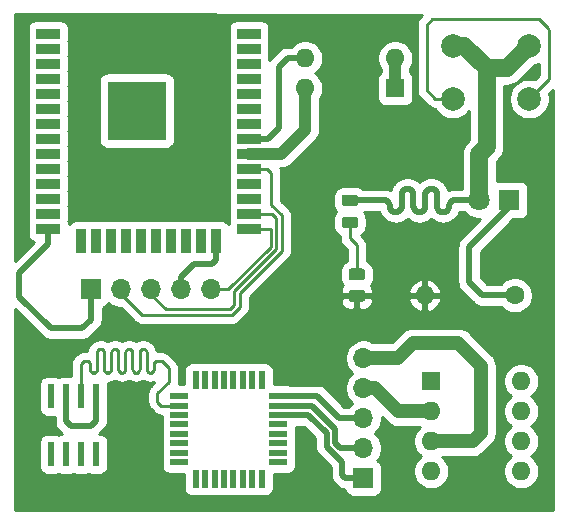
<source format=gtl>
%TF.GenerationSoftware,KiCad,Pcbnew,(5.1.8)-1*%
%TF.CreationDate,2021-01-31T12:31:16-05:00*%
%TF.ProjectId,test CNC,74657374-2043-44e4-932e-6b696361645f,rev?*%
%TF.SameCoordinates,Original*%
%TF.FileFunction,Copper,L1,Top*%
%TF.FilePolarity,Positive*%
%FSLAX46Y46*%
G04 Gerber Fmt 4.6, Leading zero omitted, Abs format (unit mm)*
G04 Created by KiCad (PCBNEW (5.1.8)-1) date 2021-01-31 12:31:16*
%MOMM*%
%LPD*%
G01*
G04 APERTURE LIST*
%TA.AperFunction,ComponentPad*%
%ADD10R,1.800000X1.800000*%
%TD*%
%TA.AperFunction,ComponentPad*%
%ADD11C,1.800000*%
%TD*%
%TA.AperFunction,ComponentPad*%
%ADD12R,1.700000X1.700000*%
%TD*%
%TA.AperFunction,ComponentPad*%
%ADD13O,1.700000X1.700000*%
%TD*%
%TA.AperFunction,SMDPad,CuDef*%
%ADD14R,2.000000X0.900000*%
%TD*%
%TA.AperFunction,SMDPad,CuDef*%
%ADD15R,0.900000X2.000000*%
%TD*%
%TA.AperFunction,SMDPad,CuDef*%
%ADD16R,5.000000X5.000000*%
%TD*%
%TA.AperFunction,ComponentPad*%
%ADD17C,1.600000*%
%TD*%
%TA.AperFunction,ComponentPad*%
%ADD18O,1.600000X1.600000*%
%TD*%
%TA.AperFunction,ComponentPad*%
%ADD19C,2.000000*%
%TD*%
%TA.AperFunction,ComponentPad*%
%ADD20R,1.600000X1.600000*%
%TD*%
%TA.AperFunction,SMDPad,CuDef*%
%ADD21R,1.500000X0.550000*%
%TD*%
%TA.AperFunction,SMDPad,CuDef*%
%ADD22R,0.550000X1.500000*%
%TD*%
%TA.AperFunction,SMDPad,CuDef*%
%ADD23R,0.600000X2.000000*%
%TD*%
%TA.AperFunction,Conductor*%
%ADD24C,0.500000*%
%TD*%
%TA.AperFunction,Conductor*%
%ADD25C,1.500000*%
%TD*%
%TA.AperFunction,Conductor*%
%ADD26C,0.250000*%
%TD*%
%TA.AperFunction,Conductor*%
%ADD27C,1.200000*%
%TD*%
%TA.AperFunction,Conductor*%
%ADD28C,1.000000*%
%TD*%
%TA.AperFunction,Conductor*%
%ADD29C,0.254000*%
%TD*%
%TA.AperFunction,Conductor*%
%ADD30C,0.100000*%
%TD*%
G04 APERTURE END LIST*
D10*
%TO.P,D1,1*%
%TO.N,Net-(D1-Pad1)*%
X149250400Y-61391800D03*
D11*
%TO.P,D1,2*%
%TO.N,Net-(D1-Pad2)*%
X146710400Y-61391800D03*
%TD*%
%TO.P,D2,1*%
%TO.N,Net-(D2-Pad1)*%
%TA.AperFunction,SMDPad,CuDef*%
G36*
G01*
X136206550Y-63782000D02*
X135294050Y-63782000D01*
G75*
G02*
X135050300Y-63538250I0J243750D01*
G01*
X135050300Y-63050750D01*
G75*
G02*
X135294050Y-62807000I243750J0D01*
G01*
X136206550Y-62807000D01*
G75*
G02*
X136450300Y-63050750I0J-243750D01*
G01*
X136450300Y-63538250D01*
G75*
G02*
X136206550Y-63782000I-243750J0D01*
G01*
G37*
%TD.AperFunction*%
%TO.P,D2,2*%
%TO.N,Net-(D1-Pad2)*%
%TA.AperFunction,SMDPad,CuDef*%
G36*
G01*
X136206550Y-61907000D02*
X135294050Y-61907000D01*
G75*
G02*
X135050300Y-61663250I0J243750D01*
G01*
X135050300Y-61175750D01*
G75*
G02*
X135294050Y-60932000I243750J0D01*
G01*
X136206550Y-60932000D01*
G75*
G02*
X136450300Y-61175750I0J-243750D01*
G01*
X136450300Y-61663250D01*
G75*
G02*
X136206550Y-61907000I-243750J0D01*
G01*
G37*
%TD.AperFunction*%
%TD*%
D12*
%TO.P,J1,1*%
%TO.N,Net-(J1-Pad1)*%
X113842800Y-68948300D03*
D13*
%TO.P,J1,2*%
%TO.N,Net-(J1-Pad2)*%
X116382800Y-68948300D03*
%TO.P,J1,3*%
%TO.N,Net-(J1-Pad3)*%
X118922800Y-68948300D03*
%TO.P,J1,4*%
%TO.N,Net-(J1-Pad4)*%
X121462800Y-68948300D03*
%TO.P,J1,5*%
%TO.N,Net-(J1-Pad5)*%
X124002800Y-68948300D03*
%TD*%
D12*
%TO.P,J2,1*%
%TO.N,Net-(J2-Pad1)*%
X136906000Y-84937600D03*
D13*
%TO.P,J2,2*%
%TO.N,Net-(J2-Pad2)*%
X136906000Y-82397600D03*
%TO.P,J2,3*%
%TO.N,Net-(J2-Pad3)*%
X136906000Y-79857600D03*
%TO.P,J2,4*%
%TO.N,Net-(J2-Pad4)*%
X136906000Y-77317600D03*
%TO.P,J2,5*%
%TO.N,Net-(J2-Pad5)*%
X136906000Y-74777600D03*
%TD*%
D14*
%TO.P,MOD1,1*%
%TO.N,Net-(MOD1-Pad1)*%
X110219600Y-47320200D03*
D15*
%TO.P,MOD1,15*%
%TO.N,Net-(MOD1-Pad15)*%
X113004600Y-64830200D03*
%TO.P,MOD1,16*%
%TO.N,Net-(MOD1-Pad16)*%
X114274600Y-64830200D03*
%TO.P,MOD1,17*%
%TO.N,Net-(MOD1-Pad17)*%
X115544600Y-64830200D03*
%TO.P,MOD1,18*%
%TO.N,Net-(MOD1-Pad18)*%
X116814600Y-64830200D03*
%TO.P,MOD1,19*%
%TO.N,Net-(MOD1-Pad19)*%
X118084600Y-64830200D03*
%TO.P,MOD1,20*%
%TO.N,Net-(MOD1-Pad20)*%
X119354600Y-64830200D03*
%TO.P,MOD1,21*%
%TO.N,Net-(MOD1-Pad21)*%
X120624600Y-64830200D03*
%TO.P,MOD1,22*%
%TO.N,Net-(MOD1-Pad22)*%
X121894600Y-64830200D03*
%TO.P,MOD1,23*%
%TO.N,Net-(MOD1-Pad23)*%
X123164600Y-64830200D03*
%TO.P,MOD1,24*%
%TO.N,Net-(J1-Pad4)*%
X124434600Y-64830200D03*
D14*
%TO.P,MOD1,2*%
%TO.N,Net-(MOD1-Pad2)*%
X110219600Y-48590200D03*
%TO.P,MOD1,3*%
%TO.N,Net-(MOD1-Pad3)*%
X110219600Y-49860200D03*
%TO.P,MOD1,4*%
%TO.N,Net-(MOD1-Pad4)*%
X110219600Y-51130200D03*
%TO.P,MOD1,5*%
%TO.N,Net-(MOD1-Pad5)*%
X110219600Y-52400200D03*
%TO.P,MOD1,6*%
%TO.N,Net-(MOD1-Pad6)*%
X110219600Y-53670200D03*
%TO.P,MOD1,7*%
%TO.N,Net-(MOD1-Pad7)*%
X110219600Y-54940200D03*
%TO.P,MOD1,8*%
%TO.N,Net-(MOD1-Pad8)*%
X110219600Y-56210200D03*
%TO.P,MOD1,9*%
%TO.N,Net-(MOD1-Pad9)*%
X110219600Y-57480200D03*
%TO.P,MOD1,10*%
%TO.N,Net-(MOD1-Pad10)*%
X110219600Y-58750200D03*
%TO.P,MOD1,11*%
%TO.N,Net-(MOD1-Pad11)*%
X110219600Y-60020200D03*
%TO.P,MOD1,12*%
%TO.N,Net-(MOD1-Pad12)*%
X110219600Y-61290200D03*
%TO.P,MOD1,13*%
%TO.N,Net-(MOD1-Pad13)*%
X110219600Y-62560200D03*
%TO.P,MOD1,14*%
%TO.N,Net-(J1-Pad1)*%
X110219600Y-63830200D03*
%TO.P,MOD1,38*%
%TO.N,Net-(MOD1-Pad38)*%
X127219600Y-47320200D03*
%TO.P,MOD1,37*%
%TO.N,Net-(MOD1-Pad37)*%
X127219600Y-48590200D03*
%TO.P,MOD1,36*%
%TO.N,Net-(MOD1-Pad36)*%
X127219600Y-49860200D03*
%TO.P,MOD1,35*%
%TO.N,Net-(MOD1-Pad35)*%
X127219600Y-51130200D03*
%TO.P,MOD1,34*%
%TO.N,Net-(MOD1-Pad34)*%
X127219600Y-52400200D03*
%TO.P,MOD1,33*%
%TO.N,Net-(MOD1-Pad33)*%
X127219600Y-53670200D03*
%TO.P,MOD1,32*%
%TO.N,Net-(MOD1-Pad32)*%
X127219600Y-54940200D03*
%TO.P,MOD1,31*%
%TO.N,Net-(MOD1-Pad31)*%
X127219600Y-56210200D03*
%TO.P,MOD1,30*%
%TO.N,Net-(MOD1-Pad30)*%
X127219600Y-57480200D03*
%TO.P,MOD1,29*%
%TO.N,Net-(J1-Pad2)*%
X127219600Y-58750200D03*
%TO.P,MOD1,28*%
%TO.N,Net-(MOD1-Pad28)*%
X127219600Y-60020200D03*
%TO.P,MOD1,27*%
%TO.N,Net-(MOD1-Pad27)*%
X127219600Y-61290200D03*
%TO.P,MOD1,26*%
%TO.N,Net-(J1-Pad3)*%
X127219600Y-62560200D03*
%TO.P,MOD1,25*%
%TO.N,Net-(J1-Pad5)*%
X127219600Y-63830200D03*
D16*
%TO.P,MOD1,39*%
%TO.N,Net-(MOD1-Pad39)*%
X117719600Y-53820200D03*
%TD*%
D17*
%TO.P,R1,1*%
%TO.N,Net-(D1-Pad1)*%
X149733000Y-69469000D03*
D18*
%TO.P,R1,2*%
%TO.N,GND*%
X142113000Y-69469000D03*
%TD*%
%TO.P,R2,1*%
%TO.N,Net-(D2-Pad1)*%
%TA.AperFunction,SMDPad,CuDef*%
G36*
G01*
X135897199Y-67180400D02*
X136797201Y-67180400D01*
G75*
G02*
X137047200Y-67430399I0J-249999D01*
G01*
X137047200Y-67955401D01*
G75*
G02*
X136797201Y-68205400I-249999J0D01*
G01*
X135897199Y-68205400D01*
G75*
G02*
X135647200Y-67955401I0J249999D01*
G01*
X135647200Y-67430399D01*
G75*
G02*
X135897199Y-67180400I249999J0D01*
G01*
G37*
%TD.AperFunction*%
%TO.P,R2,2*%
%TO.N,GND*%
%TA.AperFunction,SMDPad,CuDef*%
G36*
G01*
X135897199Y-69005400D02*
X136797201Y-69005400D01*
G75*
G02*
X137047200Y-69255399I0J-249999D01*
G01*
X137047200Y-69780401D01*
G75*
G02*
X136797201Y-70030400I-249999J0D01*
G01*
X135897199Y-70030400D01*
G75*
G02*
X135647200Y-69780401I0J249999D01*
G01*
X135647200Y-69255399D01*
G75*
G02*
X135897199Y-69005400I249999J0D01*
G01*
G37*
%TD.AperFunction*%
%TD*%
D19*
%TO.P,SW1,2*%
%TO.N,Net-(SW1-Pad2)*%
X144449800Y-52836200D03*
%TO.P,SW1,1*%
%TO.N,Net-(D1-Pad2)*%
X144449800Y-48336200D03*
%TO.P,SW1,2*%
%TO.N,Net-(SW1-Pad2)*%
X150949800Y-52836200D03*
%TO.P,SW1,1*%
%TO.N,Net-(D1-Pad2)*%
X150949800Y-48336200D03*
%TD*%
D20*
%TO.P,SW2,1*%
%TO.N,VCC*%
X139598400Y-51917600D03*
D18*
%TO.P,SW2,3*%
%TO.N,Net-(MOD1-Pad31)*%
X131978400Y-49377600D03*
%TO.P,SW2,2*%
%TO.N,VCC*%
X139598400Y-49377600D03*
%TO.P,SW2,4*%
%TO.N,Net-(MOD1-Pad30)*%
X131978400Y-51917600D03*
%TD*%
D20*
%TO.P,U1,1*%
%TO.N,Net-(U1-Pad1)*%
X142646400Y-76733400D03*
D18*
%TO.P,U1,5*%
%TO.N,Net-(U1-Pad5)*%
X150266400Y-84353400D03*
%TO.P,U1,2*%
%TO.N,Net-(J2-Pad4)*%
X142646400Y-79273400D03*
%TO.P,U1,6*%
%TO.N,Net-(U1-Pad6)*%
X150266400Y-81813400D03*
%TO.P,U1,3*%
%TO.N,Net-(J2-Pad5)*%
X142646400Y-81813400D03*
%TO.P,U1,7*%
%TO.N,Net-(U1-Pad7)*%
X150266400Y-79273400D03*
%TO.P,U1,4*%
%TO.N,Net-(U1-Pad4)*%
X142646400Y-84353400D03*
%TO.P,U1,8*%
%TO.N,Net-(U1-Pad8)*%
X150266400Y-76733400D03*
%TD*%
D21*
%TO.P,U2,9*%
%TO.N,Net-(U2-Pad9)*%
X129701400Y-83597400D03*
D22*
%TO.P,U2,1*%
%TO.N,Net-(U2-Pad1)*%
X122701400Y-84997400D03*
%TO.P,U2,2*%
%TO.N,Net-(U2-Pad2)*%
X123501400Y-84997400D03*
%TO.P,U2,3*%
%TO.N,Net-(U2-Pad3)*%
X124301400Y-84997400D03*
%TO.P,U2,4*%
%TO.N,Net-(U2-Pad4)*%
X125101400Y-84997400D03*
%TO.P,U2,5*%
%TO.N,Net-(U2-Pad5)*%
X125901400Y-84997400D03*
%TO.P,U2,6*%
%TO.N,Net-(U2-Pad6)*%
X126701400Y-84997400D03*
%TO.P,U2,7*%
%TO.N,Net-(U2-Pad7)*%
X127501400Y-84997400D03*
%TO.P,U2,8*%
%TO.N,Net-(U2-Pad8)*%
X128301400Y-84997400D03*
D21*
%TO.P,U2,10*%
%TO.N,Net-(U2-Pad10)*%
X129701400Y-82797400D03*
%TO.P,U2,11*%
%TO.N,Net-(U2-Pad11)*%
X129701400Y-81997400D03*
%TO.P,U2,12*%
%TO.N,Net-(U2-Pad12)*%
X129701400Y-81197400D03*
%TO.P,U2,13*%
%TO.N,Net-(U2-Pad13)*%
X129701400Y-80397400D03*
%TO.P,U2,14*%
%TO.N,Net-(J2-Pad1)*%
X129701400Y-79597400D03*
%TO.P,U2,15*%
%TO.N,Net-(J2-Pad2)*%
X129701400Y-78797400D03*
%TO.P,U2,16*%
%TO.N,Net-(J2-Pad3)*%
X129701400Y-77997400D03*
D22*
%TO.P,U2,17*%
%TO.N,Net-(U2-Pad17)*%
X128301400Y-76597400D03*
%TO.P,U2,18*%
%TO.N,Net-(U2-Pad18)*%
X127501400Y-76597400D03*
%TO.P,U2,19*%
%TO.N,Net-(U2-Pad19)*%
X126701400Y-76597400D03*
%TO.P,U2,20*%
%TO.N,Net-(U2-Pad20)*%
X125901400Y-76597400D03*
%TO.P,U2,21*%
%TO.N,Net-(U2-Pad21)*%
X125101400Y-76597400D03*
%TO.P,U2,22*%
%TO.N,Net-(U2-Pad22)*%
X124301400Y-76597400D03*
%TO.P,U2,23*%
%TO.N,Net-(U2-Pad23)*%
X123501400Y-76597400D03*
%TO.P,U2,24*%
%TO.N,Net-(U2-Pad24)*%
X122701400Y-76597400D03*
D21*
%TO.P,U2,25*%
%TO.N,Net-(U2-Pad25)*%
X121301400Y-77997400D03*
%TO.P,U2,26*%
%TO.N,Net-(U2-Pad26)*%
X121301400Y-78797400D03*
%TO.P,U2,27*%
%TO.N,Net-(U2-Pad27)*%
X121301400Y-79597400D03*
%TO.P,U2,28*%
%TO.N,Net-(U2-Pad28)*%
X121301400Y-80397400D03*
%TO.P,U2,29*%
%TO.N,Net-(U2-Pad29)*%
X121301400Y-81197400D03*
%TO.P,U2,30*%
%TO.N,Net-(U2-Pad30)*%
X121301400Y-81997400D03*
%TO.P,U2,31*%
%TO.N,Net-(U2-Pad31)*%
X121301400Y-82797400D03*
%TO.P,U2,32*%
%TO.N,Net-(U2-Pad32)*%
X121301400Y-83597400D03*
%TD*%
D23*
%TO.P,U3,1*%
%TO.N,Net-(U3-Pad1)*%
X114274600Y-78017200D03*
%TO.P,U3,2*%
%TO.N,Net-(U2-Pad26)*%
X113004600Y-78017200D03*
%TO.P,U3,4*%
%TO.N,N/C*%
X110464600Y-78017200D03*
%TO.P,U3,5*%
X110464600Y-82917200D03*
%TO.P,U3,6*%
X111734600Y-82917200D03*
%TO.P,U3,7*%
X113004600Y-82917200D03*
%TO.P,U3,8*%
X114274600Y-82917200D03*
%TO.P,U3,3*%
%TO.N,Net-(U3-Pad1)*%
X111734600Y-78017200D03*
%TD*%
D24*
%TO.N,Net-(D1-Pad1)*%
X149250400Y-61391800D02*
X149250400Y-61950600D01*
X149250400Y-61950600D02*
X145846800Y-65354200D01*
X145846800Y-65354200D02*
X145846800Y-68351400D01*
X146964400Y-69469000D02*
X149733000Y-69469000D01*
X145846800Y-68351400D02*
X146964400Y-69469000D01*
D25*
%TO.N,Net-(D1-Pad2)*%
X144449800Y-48336200D02*
X145440400Y-48336200D01*
X145440400Y-48336200D02*
X147345400Y-50241200D01*
X147345400Y-50241200D02*
X147345400Y-56896000D01*
X146710400Y-57531000D02*
X146710400Y-61391800D01*
X147345400Y-56896000D02*
X146710400Y-57531000D01*
D24*
X146682700Y-61419500D02*
X146710400Y-61391800D01*
X144643600Y-61419500D02*
X146682700Y-61419500D01*
X144532339Y-61432036D02*
X144643600Y-61419500D01*
X144426658Y-61469015D02*
X144532339Y-61432036D01*
X144331855Y-61528584D02*
X144426658Y-61469015D01*
X144252684Y-61607755D02*
X144331855Y-61528584D01*
X144193115Y-61702558D02*
X144252684Y-61607755D01*
X144156136Y-61808239D02*
X144193115Y-61702558D01*
X144131063Y-62030760D02*
X144156136Y-61808239D01*
X144094084Y-62136441D02*
X144131063Y-62030760D01*
X144034515Y-62231244D02*
X144094084Y-62136441D01*
X143955344Y-62310415D02*
X144034515Y-62231244D01*
X143860541Y-62369984D02*
X143955344Y-62310415D01*
X143754860Y-62406963D02*
X143860541Y-62369984D01*
X143643600Y-62419500D02*
X143754860Y-62406963D01*
X143532339Y-62406963D02*
X143643600Y-62419500D01*
X143426658Y-62369984D02*
X143532339Y-62406963D01*
X143331855Y-62310415D02*
X143426658Y-62369984D01*
X143252684Y-62231244D02*
X143331855Y-62310415D01*
X143193115Y-62136441D02*
X143252684Y-62231244D01*
X143156136Y-62030760D02*
X143193115Y-62136441D01*
X143143600Y-61919500D02*
X143156136Y-62030760D01*
X143143600Y-60919500D02*
X143143600Y-61919500D01*
X143131063Y-60808240D02*
X143143600Y-60919500D01*
X143094084Y-60702559D02*
X143131063Y-60808240D01*
X143034515Y-60607756D02*
X143094084Y-60702559D01*
X142955344Y-60528585D02*
X143034515Y-60607756D01*
X142860541Y-60469016D02*
X142955344Y-60528585D01*
X142754860Y-60432037D02*
X142860541Y-60469016D01*
X142643600Y-60419500D02*
X142754860Y-60432037D01*
X140143600Y-60919500D02*
X140156136Y-60808240D01*
X141532339Y-62406963D02*
X141643600Y-62419500D01*
X140143600Y-61919500D02*
X140143600Y-60919500D01*
X142034515Y-62231244D02*
X142094084Y-62136441D01*
X140131063Y-62030760D02*
X140143600Y-61919500D01*
X142331855Y-60528585D02*
X142426658Y-60469016D01*
X140094084Y-62136441D02*
X140131063Y-62030760D01*
X140532339Y-60432037D02*
X140643600Y-60419500D01*
X140034515Y-62231244D02*
X140094084Y-62136441D01*
X142252684Y-60607756D02*
X142331855Y-60528585D01*
X139860541Y-62369984D02*
X139955344Y-62310415D01*
X142532339Y-60432037D02*
X142643600Y-60419500D01*
X139643600Y-62419500D02*
X139754860Y-62406963D01*
X142143600Y-60919500D02*
X142156136Y-60808240D01*
X139532339Y-62406963D02*
X139643600Y-62419500D01*
X142193115Y-60702559D02*
X142252684Y-60607756D01*
X140193115Y-60702559D02*
X140252684Y-60607756D01*
X138643600Y-61419500D02*
X138754860Y-61432036D01*
X141754860Y-62406963D02*
X141860541Y-62369984D01*
X138754860Y-61432036D02*
X138860541Y-61469015D01*
X135750300Y-61419500D02*
X138643600Y-61419500D01*
X142156136Y-60808240D02*
X142193115Y-60702559D01*
X138860541Y-61469015D02*
X138955344Y-61528584D01*
X139193115Y-62136441D02*
X139252684Y-62231244D01*
X139955344Y-62310415D02*
X140034515Y-62231244D01*
X139331855Y-62310415D02*
X139426658Y-62369984D01*
X139754860Y-62406963D02*
X139860541Y-62369984D01*
X140331855Y-60528585D02*
X140426658Y-60469016D01*
X139131063Y-61808239D02*
X139156136Y-62030760D01*
X141860541Y-62369984D02*
X141955344Y-62310415D01*
X138955344Y-61528584D02*
X139034515Y-61607755D01*
X139034515Y-61607755D02*
X139094084Y-61702558D01*
X140955344Y-60528585D02*
X141034515Y-60607756D01*
X140252684Y-60607756D02*
X140331855Y-60528585D01*
X139094084Y-61702558D02*
X139131063Y-61808239D01*
X139156136Y-62030760D02*
X139193115Y-62136441D01*
X140156136Y-60808240D02*
X140193115Y-60702559D01*
X141955344Y-62310415D02*
X142034515Y-62231244D01*
X139252684Y-62231244D02*
X139331855Y-62310415D01*
X140426658Y-60469016D02*
X140532339Y-60432037D01*
X142143600Y-61919500D02*
X142143600Y-60919500D01*
X139426658Y-62369984D02*
X139532339Y-62406963D01*
X140643600Y-60419500D02*
X140754860Y-60432037D01*
X140754860Y-60432037D02*
X140860541Y-60469016D01*
X142426658Y-60469016D02*
X142532339Y-60432037D01*
X140860541Y-60469016D02*
X140955344Y-60528585D01*
X141034515Y-60607756D02*
X141094084Y-60702559D01*
X141094084Y-60702559D02*
X141131063Y-60808240D01*
X141131063Y-60808240D02*
X141143600Y-60919500D01*
X141143600Y-60919500D02*
X141143600Y-61919500D01*
X141331855Y-62310415D02*
X141426658Y-62369984D01*
X141143600Y-61919500D02*
X141156136Y-62030760D01*
X141156136Y-62030760D02*
X141193115Y-62136441D01*
X141193115Y-62136441D02*
X141252684Y-62231244D01*
X141252684Y-62231244D02*
X141331855Y-62310415D01*
X141426658Y-62369984D02*
X141532339Y-62406963D01*
X141643600Y-62419500D02*
X141754860Y-62406963D01*
X142094084Y-62136441D02*
X142131063Y-62030760D01*
X142131063Y-62030760D02*
X142143600Y-61919500D01*
D25*
X149044800Y-50241200D02*
X150949800Y-48336200D01*
X147345400Y-50241200D02*
X149044800Y-50241200D01*
D26*
%TO.N,Net-(D2-Pad1)*%
X135750300Y-63294500D02*
X135750300Y-64617600D01*
X136347200Y-65214500D02*
X136347200Y-67692900D01*
X135750300Y-64617600D02*
X136347200Y-65214500D01*
D24*
%TO.N,Net-(J1-Pad1)*%
X110219600Y-63830200D02*
X110219600Y-65103900D01*
X110219600Y-65103900D02*
X107784900Y-67538600D01*
X107784900Y-67538600D02*
X107784900Y-69608700D01*
X107784900Y-69608700D02*
X110426500Y-72250300D01*
X110426500Y-72250300D02*
X113118900Y-72250300D01*
X113842800Y-71526400D02*
X113842800Y-68948300D01*
X113118900Y-72250300D02*
X113842800Y-71526400D01*
D26*
%TO.N,Net-(J1-Pad2)*%
X116382800Y-68948300D02*
X116382800Y-69354700D01*
X116382800Y-69354700D02*
X118122700Y-71094600D01*
X118122700Y-71094600D02*
X125793500Y-71094600D01*
X125793500Y-71094600D02*
X126429205Y-70458895D01*
X126429205Y-70458895D02*
X126429205Y-69277795D01*
X126429205Y-69277795D02*
X129997200Y-65709800D01*
X129997200Y-65709800D02*
X129997200Y-62699900D01*
X129997200Y-62699900D02*
X129108200Y-61810900D01*
X129108200Y-61810900D02*
X129108200Y-59080400D01*
X128778000Y-58750200D02*
X127219600Y-58750200D01*
X129108200Y-59080400D02*
X128778000Y-58750200D01*
%TO.N,Net-(J1-Pad3)*%
X118922800Y-68948300D02*
X118922800Y-69405500D01*
X118922800Y-69405500D02*
X120154700Y-70637400D01*
X120154700Y-70637400D02*
X125590300Y-70637400D01*
X125590300Y-70637400D02*
X125945900Y-70281800D01*
X125945900Y-70281800D02*
X125945900Y-69113400D01*
X125945900Y-69113400D02*
X129540000Y-65519300D01*
X129540000Y-65519300D02*
X129540000Y-62915800D01*
X129184400Y-62560200D02*
X127219600Y-62560200D01*
X129540000Y-62915800D02*
X129184400Y-62560200D01*
D24*
%TO.N,Net-(J1-Pad4)*%
X121462800Y-68948300D02*
X121462800Y-67894200D01*
X121462800Y-67894200D02*
X122542300Y-66814700D01*
X122542300Y-66814700D02*
X124117100Y-66814700D01*
X124434600Y-66497200D02*
X124434600Y-64830200D01*
X124117100Y-66814700D02*
X124434600Y-66497200D01*
D26*
%TO.N,Net-(J1-Pad5)*%
X129082800Y-63855600D02*
X129057400Y-63830200D01*
X129057400Y-63830200D02*
X127219600Y-63830200D01*
X129082800Y-65328800D02*
X129082800Y-63855600D01*
X125463300Y-68948300D02*
X129082800Y-65328800D01*
X124002800Y-68948300D02*
X125463300Y-68948300D01*
D24*
%TO.N,Net-(J2-Pad1)*%
X129701400Y-79597400D02*
X132251300Y-79597400D01*
X132251300Y-79597400D02*
X133805690Y-81151790D01*
X133805690Y-81151790D02*
X133805690Y-82281790D01*
X133805690Y-82281790D02*
X135115300Y-83591400D01*
X135115300Y-83591400D02*
X135115300Y-84696300D01*
X135356600Y-84937600D02*
X136906000Y-84937600D01*
X135115300Y-84696300D02*
X135356600Y-84937600D01*
%TO.N,Net-(J2-Pad2)*%
X129701400Y-78797400D02*
X132556500Y-78797400D01*
X132556500Y-78797400D02*
X134505700Y-80746600D01*
X134505700Y-80746600D02*
X134505700Y-81965800D01*
X134937500Y-82397600D02*
X136906000Y-82397600D01*
X134505700Y-81965800D02*
X134937500Y-82397600D01*
%TO.N,Net-(J2-Pad3)*%
X129701400Y-77997400D02*
X133001100Y-77997400D01*
X134861300Y-79857600D02*
X136906000Y-79857600D01*
X133001100Y-77997400D02*
X134861300Y-79857600D01*
D27*
%TO.N,Net-(J2-Pad4)*%
X136906000Y-77317600D02*
X137896600Y-77317600D01*
X139852400Y-79273400D02*
X142646400Y-79273400D01*
X137896600Y-77317600D02*
X139852400Y-79273400D01*
%TO.N,Net-(J2-Pad5)*%
X136906000Y-74777600D02*
X139839700Y-74777600D01*
X139839700Y-74777600D02*
X141084300Y-73533000D01*
X141084300Y-73533000D02*
X144945100Y-73533000D01*
X144945100Y-73533000D02*
X146850100Y-75438000D01*
X146850100Y-75438000D02*
X146850100Y-81114900D01*
X146151600Y-81813400D02*
X142646400Y-81813400D01*
X146850100Y-81114900D02*
X146151600Y-81813400D01*
D24*
%TO.N,Net-(MOD1-Pad31)*%
X127219600Y-56210200D02*
X128803400Y-56210200D01*
X128803400Y-56210200D02*
X129743200Y-55270400D01*
X129743200Y-55270400D02*
X129743200Y-50114200D01*
X130479800Y-49377600D02*
X131978400Y-49377600D01*
X129743200Y-50114200D02*
X130479800Y-49377600D01*
D28*
%TO.N,Net-(MOD1-Pad30)*%
X127219600Y-57480200D02*
X129946400Y-57480200D01*
X131978400Y-55448200D02*
X131978400Y-51917600D01*
X129946400Y-57480200D02*
X131978400Y-55448200D01*
D26*
%TO.N,GND*%
X142064100Y-69517900D02*
X142113000Y-69469000D01*
X136347200Y-69517900D02*
X142064100Y-69517900D01*
%TO.N,Net-(SW1-Pad2)*%
X144449800Y-52836200D02*
X143006200Y-52836200D01*
X143006200Y-52836200D02*
X142252700Y-52082700D01*
X142252700Y-52082700D02*
X142252700Y-46558200D01*
X142252700Y-46558200D02*
X142709900Y-46101000D01*
X142709900Y-46101000D02*
X151765000Y-46101000D01*
X151765000Y-46101000D02*
X152514300Y-46850300D01*
X152514300Y-46850300D02*
X152514300Y-46926500D01*
X152514300Y-46926500D02*
X152615900Y-47028100D01*
X152615900Y-51170100D02*
X150949800Y-52836200D01*
X152615900Y-47028100D02*
X152615900Y-51170100D01*
D28*
%TO.N,VCC*%
X139598400Y-49377600D02*
X139598400Y-51917600D01*
D26*
%TO.N,Net-(U2-Pad26)*%
X119793000Y-78797400D02*
X121301400Y-78797400D01*
X119468900Y-78473300D02*
X119793000Y-78797400D01*
X119468900Y-77749400D02*
X119468900Y-78473300D01*
X120446800Y-76771500D02*
X119468900Y-77749400D01*
X120446800Y-75653900D02*
X120446800Y-76771500D01*
X119811800Y-75018900D02*
X120446800Y-75653900D01*
X119449100Y-75018900D02*
X119811800Y-75018900D01*
X119382343Y-75026421D02*
X119449100Y-75018900D01*
X119318934Y-75048609D02*
X119382343Y-75026421D01*
X119262053Y-75084350D02*
X119318934Y-75048609D01*
X119214550Y-75131853D02*
X119262053Y-75084350D01*
X119178809Y-75188734D02*
X119214550Y-75131853D01*
X119156621Y-75252143D02*
X119178809Y-75188734D01*
X119149100Y-75318900D02*
X119156621Y-75252143D01*
X119149100Y-75718900D02*
X119149100Y-75318900D01*
X119141578Y-75785656D02*
X119149100Y-75718900D01*
X119119390Y-75849065D02*
X119141578Y-75785656D01*
X119083649Y-75905946D02*
X119119390Y-75849065D01*
X119036146Y-75953449D02*
X119083649Y-75905946D01*
X118979265Y-75989190D02*
X119036146Y-75953449D01*
X118915856Y-76011378D02*
X118979265Y-75989190D01*
X118849100Y-76018900D02*
X118915856Y-76011378D01*
X118782343Y-76011378D02*
X118849100Y-76018900D01*
X118718934Y-75989190D02*
X118782343Y-76011378D01*
X118662053Y-75953449D02*
X118718934Y-75989190D01*
X118614550Y-75905946D02*
X118662053Y-75953449D01*
X118578809Y-75849065D02*
X118614550Y-75905946D01*
X118556621Y-75785656D02*
X118578809Y-75849065D01*
X118549100Y-75718900D02*
X118556621Y-75785656D01*
X118549100Y-74318900D02*
X118549100Y-75718900D01*
X118541578Y-74252144D02*
X118549100Y-74318900D01*
X118519390Y-74188735D02*
X118541578Y-74252144D01*
X118483649Y-74131854D02*
X118519390Y-74188735D01*
X115549100Y-74318900D02*
X115556621Y-74252144D01*
X115519390Y-75849065D02*
X115541578Y-75785656D01*
X115379265Y-75989190D02*
X115436146Y-75953449D01*
X118249100Y-74018900D02*
X118315856Y-74026422D01*
X115249100Y-76018900D02*
X115315856Y-76011378D01*
X115182343Y-76011378D02*
X115249100Y-76018900D01*
X115118934Y-75989190D02*
X115182343Y-76011378D01*
X115062053Y-75953449D02*
X115118934Y-75989190D01*
X115014550Y-75905946D02*
X115062053Y-75953449D01*
X115483649Y-75905946D02*
X115519390Y-75849065D01*
X114978809Y-75849065D02*
X115014550Y-75905946D01*
X114956621Y-75785656D02*
X114978809Y-75849065D01*
X114949100Y-75718900D02*
X114956621Y-75785656D01*
X114949100Y-74318900D02*
X114949100Y-75718900D01*
X115556621Y-74252144D02*
X115578809Y-74188735D01*
X114941578Y-74252144D02*
X114949100Y-74318900D01*
X114919390Y-74188735D02*
X114941578Y-74252144D01*
X117949100Y-75718900D02*
X117949100Y-74318900D01*
X114883649Y-74131854D02*
X114919390Y-74188735D01*
X115549100Y-75718900D02*
X115549100Y-74318900D01*
X114836146Y-74084351D02*
X114883649Y-74131854D01*
X117949100Y-74318900D02*
X117956621Y-74252144D01*
X114779265Y-74048610D02*
X114836146Y-74084351D01*
X118182343Y-74026422D02*
X118249100Y-74018900D01*
X115541578Y-75785656D02*
X115549100Y-75718900D01*
X114715856Y-74026422D02*
X114779265Y-74048610D01*
X114649100Y-74018900D02*
X114715856Y-74026422D01*
X115436146Y-75953449D02*
X115483649Y-75905946D01*
X114582343Y-74026422D02*
X114649100Y-74018900D01*
X114518934Y-74048610D02*
X114582343Y-74026422D01*
X114462053Y-74084351D02*
X114518934Y-74048610D01*
X114414550Y-74131854D02*
X114462053Y-74084351D01*
X113756621Y-75785656D02*
X113778809Y-75849065D01*
X113741578Y-75252143D02*
X113749100Y-75318900D01*
X113719390Y-75188734D02*
X113741578Y-75252143D01*
X117941578Y-75785656D02*
X117949100Y-75718900D01*
X113636146Y-75084350D02*
X113683649Y-75131853D01*
X113683649Y-75131853D02*
X113719390Y-75188734D01*
X113515856Y-75026421D02*
X113579265Y-75048609D01*
X114378809Y-74188735D02*
X114414550Y-74131854D01*
X113449100Y-75018900D02*
X113515856Y-75026421D01*
X113982343Y-76011378D02*
X114049100Y-76018900D01*
X113749100Y-75318900D02*
X113749100Y-75718900D01*
X118014550Y-74131854D02*
X118062053Y-74084351D01*
X113233200Y-75018900D02*
X113449100Y-75018900D01*
X118062053Y-74084351D02*
X118118934Y-74048610D01*
X113579265Y-75048609D02*
X113636146Y-75084350D01*
X113004600Y-75247500D02*
X113233200Y-75018900D01*
X114349100Y-74318900D02*
X114356621Y-74252144D01*
X118436146Y-74084351D02*
X118483649Y-74131854D01*
X113749100Y-75718900D02*
X113756621Y-75785656D01*
X113004600Y-78017200D02*
X113004600Y-75247500D01*
X113778809Y-75849065D02*
X113814550Y-75905946D01*
X118379265Y-74048610D02*
X118436146Y-74084351D01*
X113814550Y-75905946D02*
X113862053Y-75953449D01*
X116749100Y-74318900D02*
X116756621Y-74252144D01*
X114115856Y-76011378D02*
X114179265Y-75989190D01*
X113862053Y-75953449D02*
X113918934Y-75989190D01*
X113918934Y-75989190D02*
X113982343Y-76011378D01*
X114236146Y-75953449D02*
X114283649Y-75905946D01*
X115578809Y-74188735D02*
X115614550Y-74131854D01*
X115315856Y-76011378D02*
X115379265Y-75989190D01*
X114356621Y-74252144D02*
X114378809Y-74188735D01*
X114049100Y-76018900D02*
X114115856Y-76011378D01*
X114179265Y-75989190D02*
X114236146Y-75953449D01*
X114283649Y-75905946D02*
X114319390Y-75849065D01*
X114319390Y-75849065D02*
X114341578Y-75785656D01*
X114341578Y-75785656D02*
X114349100Y-75718900D01*
X114349100Y-75718900D02*
X114349100Y-74318900D01*
X115614550Y-74131854D02*
X115662053Y-74084351D01*
X115662053Y-74084351D02*
X115718934Y-74048610D01*
X115718934Y-74048610D02*
X115782343Y-74026422D01*
X115782343Y-74026422D02*
X115849100Y-74018900D01*
X115849100Y-74018900D02*
X115915856Y-74026422D01*
X115915856Y-74026422D02*
X115979265Y-74048610D01*
X115979265Y-74048610D02*
X116036146Y-74084351D01*
X116036146Y-74084351D02*
X116083649Y-74131854D01*
X116083649Y-74131854D02*
X116119390Y-74188735D01*
X116119390Y-74188735D02*
X116141578Y-74252144D01*
X116141578Y-74252144D02*
X116149100Y-74318900D01*
X116149100Y-74318900D02*
X116149100Y-75718900D01*
X116149100Y-75718900D02*
X116156621Y-75785656D01*
X116156621Y-75785656D02*
X116178809Y-75849065D01*
X116178809Y-75849065D02*
X116214550Y-75905946D01*
X116214550Y-75905946D02*
X116262053Y-75953449D01*
X116262053Y-75953449D02*
X116318934Y-75989190D01*
X116318934Y-75989190D02*
X116382343Y-76011378D01*
X116382343Y-76011378D02*
X116449100Y-76018900D01*
X116449100Y-76018900D02*
X116515856Y-76011378D01*
X116515856Y-76011378D02*
X116579265Y-75989190D01*
X116579265Y-75989190D02*
X116636146Y-75953449D01*
X116636146Y-75953449D02*
X116683649Y-75905946D01*
X116683649Y-75905946D02*
X116719390Y-75849065D01*
X116719390Y-75849065D02*
X116741578Y-75785656D01*
X116741578Y-75785656D02*
X116749100Y-75718900D01*
X116749100Y-75718900D02*
X116749100Y-74318900D01*
X116756621Y-74252144D02*
X116778809Y-74188735D01*
X116778809Y-74188735D02*
X116814550Y-74131854D01*
X116814550Y-74131854D02*
X116862053Y-74084351D01*
X116862053Y-74084351D02*
X116918934Y-74048610D01*
X116918934Y-74048610D02*
X116982343Y-74026422D01*
X116982343Y-74026422D02*
X117049100Y-74018900D01*
X117049100Y-74018900D02*
X117115856Y-74026422D01*
X117115856Y-74026422D02*
X117179265Y-74048610D01*
X117179265Y-74048610D02*
X117236146Y-74084351D01*
X117236146Y-74084351D02*
X117283649Y-74131854D01*
X117283649Y-74131854D02*
X117319390Y-74188735D01*
X117319390Y-74188735D02*
X117341578Y-74252144D01*
X117341578Y-74252144D02*
X117349100Y-74318900D01*
X117349100Y-74318900D02*
X117349100Y-75718900D01*
X117349100Y-75718900D02*
X117356621Y-75785656D01*
X117356621Y-75785656D02*
X117378809Y-75849065D01*
X117378809Y-75849065D02*
X117414550Y-75905946D01*
X117414550Y-75905946D02*
X117462053Y-75953449D01*
X117462053Y-75953449D02*
X117518934Y-75989190D01*
X117518934Y-75989190D02*
X117582343Y-76011378D01*
X117582343Y-76011378D02*
X117649100Y-76018900D01*
X117649100Y-76018900D02*
X117715856Y-76011378D01*
X117715856Y-76011378D02*
X117779265Y-75989190D01*
X117779265Y-75989190D02*
X117836146Y-75953449D01*
X117836146Y-75953449D02*
X117883649Y-75905946D01*
X117883649Y-75905946D02*
X117919390Y-75849065D01*
X117919390Y-75849065D02*
X117941578Y-75785656D01*
X117956621Y-74252144D02*
X117978809Y-74188735D01*
X117978809Y-74188735D02*
X118014550Y-74131854D01*
X118118934Y-74048610D02*
X118182343Y-74026422D01*
X118315856Y-74026422D02*
X118379265Y-74048610D01*
D24*
%TO.N,Net-(U3-Pad1)*%
X111734600Y-78017200D02*
X111734600Y-80137000D01*
X111734600Y-80137000D02*
X112153700Y-80556100D01*
X112153700Y-80556100D02*
X113804700Y-80556100D01*
X114274600Y-80086200D02*
X114274600Y-78017200D01*
X113804700Y-80556100D02*
X114274600Y-80086200D01*
%TD*%
D29*
%TO.N,GND*%
X141870688Y-45735303D02*
X141679841Y-45926150D01*
X141647331Y-45952830D01*
X141620652Y-45985339D01*
X141540861Y-46082564D01*
X141461746Y-46230577D01*
X141435755Y-46316261D01*
X141418039Y-46374665D01*
X141413029Y-46391180D01*
X141396578Y-46558200D01*
X141400701Y-46600059D01*
X141400700Y-52040851D01*
X141396578Y-52082700D01*
X141400700Y-52124549D01*
X141400700Y-52124551D01*
X141413028Y-52249720D01*
X141461746Y-52410323D01*
X141540861Y-52558336D01*
X141576727Y-52602039D01*
X141647330Y-52688070D01*
X141679845Y-52714754D01*
X142374149Y-53409059D01*
X142400830Y-53441570D01*
X142433338Y-53468248D01*
X142530563Y-53548039D01*
X142678576Y-53627154D01*
X142839179Y-53675872D01*
X142940472Y-53685848D01*
X143108352Y-53937098D01*
X143348902Y-54177648D01*
X143631759Y-54366647D01*
X143946053Y-54496832D01*
X144279705Y-54563200D01*
X144619895Y-54563200D01*
X144953547Y-54496832D01*
X145267841Y-54366647D01*
X145550698Y-54177648D01*
X145791248Y-53937098D01*
X145868401Y-53821631D01*
X145868401Y-56284207D01*
X145717317Y-56435291D01*
X145660950Y-56481550D01*
X145563941Y-56599757D01*
X145476378Y-56706453D01*
X145424924Y-56802717D01*
X145339228Y-56963043D01*
X145254771Y-57241458D01*
X145240071Y-57390717D01*
X145226254Y-57531000D01*
X145233400Y-57603553D01*
X145233401Y-60442500D01*
X144732906Y-60442500D01*
X144726115Y-60441248D01*
X144636820Y-60442500D01*
X144595607Y-60442500D01*
X144588766Y-60443174D01*
X144581902Y-60443270D01*
X144541008Y-60447878D01*
X144452075Y-60456637D01*
X144448578Y-60457698D01*
X144395106Y-60459949D01*
X144314901Y-60479442D01*
X144234213Y-60496672D01*
X144177329Y-60521174D01*
X144136312Y-60535526D01*
X144076551Y-60551839D01*
X144075454Y-60552386D01*
X144066425Y-60510105D01*
X144041922Y-60453221D01*
X144027573Y-60412213D01*
X144011260Y-60352452D01*
X143974417Y-60278615D01*
X143939659Y-60203771D01*
X143903105Y-60153755D01*
X143879988Y-60116964D01*
X143850790Y-60062338D01*
X143798448Y-59998559D01*
X143747895Y-59933312D01*
X143701130Y-59892686D01*
X143670413Y-59861968D01*
X143629788Y-59815205D01*
X143564551Y-59764660D01*
X143500762Y-59712310D01*
X143446134Y-59683110D01*
X143409345Y-59659995D01*
X143359329Y-59623441D01*
X143284473Y-59588677D01*
X143210648Y-59551841D01*
X143150890Y-59535529D01*
X143109887Y-59521181D01*
X143052995Y-59496675D01*
X142972277Y-59479439D01*
X142892093Y-59459950D01*
X142830200Y-59457344D01*
X142787040Y-59452481D01*
X142726106Y-59441247D01*
X142643600Y-59442405D01*
X142561095Y-59441247D01*
X142500168Y-59452480D01*
X142456992Y-59457345D01*
X142395106Y-59459950D01*
X142314914Y-59479440D01*
X142234205Y-59496675D01*
X142177320Y-59521178D01*
X142136312Y-59535527D01*
X142076551Y-59551840D01*
X142002714Y-59588683D01*
X141927870Y-59623441D01*
X141877854Y-59659995D01*
X141841063Y-59683112D01*
X141786437Y-59712310D01*
X141722658Y-59764652D01*
X141657411Y-59815205D01*
X141643600Y-59831103D01*
X141629788Y-59815205D01*
X141564551Y-59764660D01*
X141500762Y-59712310D01*
X141446134Y-59683110D01*
X141409345Y-59659995D01*
X141359329Y-59623441D01*
X141284473Y-59588677D01*
X141210648Y-59551841D01*
X141150890Y-59535529D01*
X141109887Y-59521181D01*
X141052995Y-59496675D01*
X140972277Y-59479439D01*
X140892093Y-59459950D01*
X140830200Y-59457344D01*
X140787040Y-59452481D01*
X140726106Y-59441247D01*
X140643600Y-59442405D01*
X140561095Y-59441247D01*
X140500168Y-59452480D01*
X140456992Y-59457345D01*
X140395106Y-59459950D01*
X140314914Y-59479440D01*
X140234205Y-59496675D01*
X140177320Y-59521178D01*
X140136312Y-59535527D01*
X140076551Y-59551840D01*
X140002714Y-59588683D01*
X139927870Y-59623441D01*
X139877854Y-59659995D01*
X139841063Y-59683112D01*
X139786437Y-59712310D01*
X139722658Y-59764652D01*
X139657411Y-59815205D01*
X139616785Y-59861970D01*
X139586067Y-59892687D01*
X139539304Y-59933312D01*
X139488759Y-59998549D01*
X139436409Y-60062338D01*
X139407209Y-60116966D01*
X139384094Y-60153755D01*
X139347540Y-60203771D01*
X139312776Y-60278627D01*
X139275940Y-60352452D01*
X139259628Y-60412210D01*
X139245278Y-60453222D01*
X139220772Y-60510113D01*
X139211745Y-60552387D01*
X139210648Y-60551840D01*
X139150890Y-60535528D01*
X139109878Y-60521178D01*
X139052987Y-60496672D01*
X138972272Y-60479436D01*
X138892093Y-60459949D01*
X138838622Y-60457698D01*
X138835125Y-60456637D01*
X138746192Y-60447878D01*
X138705298Y-60443270D01*
X138698434Y-60443174D01*
X138691593Y-60442500D01*
X138650380Y-60442500D01*
X138561086Y-60441248D01*
X138554295Y-60442500D01*
X136841434Y-60442500D01*
X136747824Y-60365677D01*
X136579386Y-60275645D01*
X136396620Y-60220203D01*
X136206550Y-60201483D01*
X135294050Y-60201483D01*
X135103980Y-60220203D01*
X134921214Y-60275645D01*
X134752776Y-60365677D01*
X134605139Y-60486839D01*
X134483977Y-60634476D01*
X134393945Y-60802914D01*
X134338503Y-60985680D01*
X134319783Y-61175750D01*
X134319783Y-61663250D01*
X134338503Y-61853320D01*
X134393945Y-62036086D01*
X134483977Y-62204524D01*
X134605139Y-62352161D01*
X134611035Y-62357000D01*
X134605139Y-62361839D01*
X134483977Y-62509476D01*
X134393945Y-62677914D01*
X134338503Y-62860680D01*
X134319783Y-63050750D01*
X134319783Y-63538250D01*
X134338503Y-63728320D01*
X134393945Y-63911086D01*
X134483977Y-64079524D01*
X134605139Y-64227161D01*
X134752776Y-64348323D01*
X134898301Y-64426108D01*
X134898301Y-64575742D01*
X134894178Y-64617600D01*
X134902028Y-64697293D01*
X134910629Y-64784621D01*
X134917958Y-64808782D01*
X134959346Y-64945223D01*
X135038461Y-65093236D01*
X135095449Y-65162676D01*
X135144931Y-65222970D01*
X135177441Y-65249650D01*
X135495200Y-65567410D01*
X135495201Y-66538830D01*
X135352453Y-66615130D01*
X135203869Y-66737069D01*
X135081930Y-66885653D01*
X134991320Y-67055172D01*
X134935523Y-67239110D01*
X134916683Y-67430399D01*
X134916683Y-67955401D01*
X134935523Y-68146690D01*
X134991320Y-68330628D01*
X135081930Y-68500147D01*
X135161159Y-68596688D01*
X135116663Y-68650906D01*
X135057698Y-68761220D01*
X135021388Y-68880918D01*
X135009128Y-69005400D01*
X135012200Y-69232150D01*
X135170950Y-69390900D01*
X136220200Y-69390900D01*
X136220200Y-69370900D01*
X136474200Y-69370900D01*
X136474200Y-69390900D01*
X137523450Y-69390900D01*
X137682200Y-69232150D01*
X137683719Y-69119961D01*
X140721096Y-69119961D01*
X140843085Y-69342000D01*
X141986000Y-69342000D01*
X141986000Y-68198376D01*
X142240000Y-68198376D01*
X142240000Y-69342000D01*
X143382915Y-69342000D01*
X143504904Y-69119961D01*
X143464246Y-68985913D01*
X143344037Y-68731580D01*
X143176519Y-68505586D01*
X142968131Y-68316615D01*
X142726881Y-68171930D01*
X142462040Y-68077091D01*
X142240000Y-68198376D01*
X141986000Y-68198376D01*
X141763960Y-68077091D01*
X141499119Y-68171930D01*
X141257869Y-68316615D01*
X141049481Y-68505586D01*
X140881963Y-68731580D01*
X140761754Y-68985913D01*
X140721096Y-69119961D01*
X137683719Y-69119961D01*
X137685272Y-69005400D01*
X137673012Y-68880918D01*
X137636702Y-68761220D01*
X137577737Y-68650906D01*
X137533241Y-68596688D01*
X137612470Y-68500147D01*
X137703080Y-68330628D01*
X137758877Y-68146690D01*
X137777717Y-67955401D01*
X137777717Y-67430399D01*
X137758877Y-67239110D01*
X137703080Y-67055172D01*
X137612470Y-66885653D01*
X137490531Y-66737069D01*
X137341947Y-66615130D01*
X137199200Y-66538830D01*
X137199200Y-65256348D01*
X137203322Y-65214499D01*
X137198218Y-65162676D01*
X137186872Y-65047479D01*
X137138154Y-64886876D01*
X137120134Y-64853164D01*
X137059039Y-64738863D01*
X136993868Y-64659452D01*
X136952570Y-64609130D01*
X136920060Y-64582451D01*
X136707491Y-64369881D01*
X136747824Y-64348323D01*
X136895461Y-64227161D01*
X137016623Y-64079524D01*
X137106655Y-63911086D01*
X137162097Y-63728320D01*
X137180817Y-63538250D01*
X137180817Y-63050750D01*
X137162097Y-62860680D01*
X137106655Y-62677914D01*
X137016623Y-62509476D01*
X136923906Y-62396500D01*
X138249029Y-62396500D01*
X138259628Y-62426790D01*
X138275940Y-62486548D01*
X138312776Y-62560373D01*
X138347540Y-62635229D01*
X138384094Y-62685245D01*
X138407209Y-62722034D01*
X138436409Y-62776662D01*
X138488759Y-62840451D01*
X138539304Y-62905688D01*
X138586067Y-62946313D01*
X138616785Y-62977030D01*
X138657411Y-63023795D01*
X138722658Y-63074348D01*
X138786437Y-63126690D01*
X138841063Y-63155888D01*
X138877854Y-63179005D01*
X138927870Y-63215559D01*
X139002714Y-63250317D01*
X139076551Y-63287160D01*
X139136312Y-63303473D01*
X139177320Y-63317822D01*
X139234205Y-63342325D01*
X139314914Y-63359560D01*
X139395106Y-63379050D01*
X139456992Y-63381655D01*
X139500168Y-63386520D01*
X139561095Y-63397753D01*
X139643600Y-63396595D01*
X139726106Y-63397753D01*
X139787040Y-63386519D01*
X139830200Y-63381656D01*
X139892093Y-63379050D01*
X139972277Y-63359561D01*
X140052995Y-63342325D01*
X140109887Y-63317819D01*
X140150890Y-63303471D01*
X140210648Y-63287159D01*
X140284473Y-63250323D01*
X140359329Y-63215559D01*
X140409345Y-63179005D01*
X140446134Y-63155890D01*
X140500762Y-63126690D01*
X140564551Y-63074340D01*
X140629788Y-63023795D01*
X140643600Y-63007897D01*
X140657411Y-63023795D01*
X140722658Y-63074348D01*
X140786437Y-63126690D01*
X140841063Y-63155888D01*
X140877854Y-63179005D01*
X140927870Y-63215559D01*
X141002714Y-63250317D01*
X141076551Y-63287160D01*
X141136312Y-63303473D01*
X141177320Y-63317822D01*
X141234205Y-63342325D01*
X141314914Y-63359560D01*
X141395106Y-63379050D01*
X141456992Y-63381655D01*
X141500168Y-63386520D01*
X141561095Y-63397753D01*
X141643600Y-63396595D01*
X141726106Y-63397753D01*
X141787040Y-63386519D01*
X141830200Y-63381656D01*
X141892093Y-63379050D01*
X141972277Y-63359561D01*
X142052995Y-63342325D01*
X142109887Y-63317819D01*
X142150890Y-63303471D01*
X142210648Y-63287159D01*
X142284473Y-63250323D01*
X142359329Y-63215559D01*
X142409345Y-63179005D01*
X142446134Y-63155890D01*
X142500762Y-63126690D01*
X142564551Y-63074340D01*
X142629788Y-63023795D01*
X142643600Y-63007897D01*
X142657411Y-63023795D01*
X142722658Y-63074348D01*
X142786437Y-63126690D01*
X142841063Y-63155888D01*
X142877854Y-63179005D01*
X142927870Y-63215559D01*
X143002714Y-63250317D01*
X143076551Y-63287160D01*
X143136312Y-63303473D01*
X143177320Y-63317822D01*
X143234205Y-63342325D01*
X143314914Y-63359560D01*
X143395106Y-63379050D01*
X143456992Y-63381655D01*
X143500168Y-63386520D01*
X143561095Y-63397753D01*
X143643600Y-63396595D01*
X143726106Y-63397753D01*
X143787040Y-63386519D01*
X143830200Y-63381656D01*
X143892093Y-63379050D01*
X143972277Y-63359561D01*
X144052995Y-63342325D01*
X144109887Y-63317819D01*
X144150890Y-63303471D01*
X144210648Y-63287159D01*
X144284473Y-63250323D01*
X144359329Y-63215559D01*
X144409345Y-63179005D01*
X144446134Y-63155890D01*
X144500762Y-63126690D01*
X144564551Y-63074340D01*
X144629788Y-63023795D01*
X144670413Y-62977032D01*
X144701130Y-62946314D01*
X144747895Y-62905688D01*
X144798448Y-62840441D01*
X144850790Y-62776662D01*
X144879988Y-62722036D01*
X144903105Y-62685245D01*
X144939659Y-62635229D01*
X144974417Y-62560385D01*
X145011260Y-62486548D01*
X145027573Y-62426787D01*
X145038170Y-62396500D01*
X145424943Y-62396500D01*
X145446627Y-62428952D01*
X145673248Y-62655573D01*
X145939727Y-62833628D01*
X146235822Y-62956275D01*
X146550155Y-63018800D01*
X146800514Y-63018800D01*
X145189898Y-64629416D01*
X145152614Y-64660014D01*
X145030524Y-64808782D01*
X144939804Y-64978509D01*
X144939803Y-64978510D01*
X144883937Y-65162675D01*
X144865073Y-65354200D01*
X144869800Y-65402193D01*
X144869801Y-68303397D01*
X144865073Y-68351400D01*
X144883937Y-68542925D01*
X144939803Y-68727090D01*
X145030525Y-68896818D01*
X145112162Y-68996293D01*
X145152615Y-69045586D01*
X145189893Y-69076179D01*
X146239620Y-70125907D01*
X146270214Y-70163186D01*
X146418982Y-70285276D01*
X146532250Y-70345819D01*
X146588709Y-70375997D01*
X146772874Y-70431863D01*
X146964399Y-70450727D01*
X147012392Y-70446000D01*
X148550495Y-70446000D01*
X148759594Y-70655099D01*
X149009694Y-70822210D01*
X149287590Y-70937319D01*
X149582604Y-70996000D01*
X149883396Y-70996000D01*
X150178410Y-70937319D01*
X150456306Y-70822210D01*
X150706406Y-70655099D01*
X150919099Y-70442406D01*
X151086210Y-70192306D01*
X151201319Y-69914410D01*
X151260000Y-69619396D01*
X151260000Y-69318604D01*
X151201319Y-69023590D01*
X151086210Y-68745694D01*
X150919099Y-68495594D01*
X150706406Y-68282901D01*
X150456306Y-68115790D01*
X150178410Y-68000681D01*
X149883396Y-67942000D01*
X149582604Y-67942000D01*
X149287590Y-68000681D01*
X149009694Y-68115790D01*
X148759594Y-68282901D01*
X148550495Y-68492000D01*
X147369087Y-68492000D01*
X146823800Y-67946714D01*
X146823800Y-65758886D01*
X149560370Y-63022317D01*
X150150400Y-63022317D01*
X150292917Y-63008280D01*
X150429957Y-62966710D01*
X150556253Y-62899203D01*
X150666954Y-62808354D01*
X150757803Y-62697653D01*
X150825310Y-62571357D01*
X150866880Y-62434317D01*
X150880917Y-62291800D01*
X150880917Y-60491800D01*
X150866880Y-60349283D01*
X150825310Y-60212243D01*
X150757803Y-60085947D01*
X150666954Y-59975246D01*
X150556253Y-59884397D01*
X150429957Y-59816890D01*
X150292917Y-59775320D01*
X150150400Y-59761283D01*
X148350400Y-59761283D01*
X148207883Y-59775320D01*
X148187400Y-59781533D01*
X148187400Y-58142792D01*
X148338483Y-57991709D01*
X148394850Y-57945450D01*
X148527638Y-57783646D01*
X148579423Y-57720547D01*
X148716572Y-57463958D01*
X148718245Y-57458444D01*
X148801029Y-57185543D01*
X148822400Y-56968556D01*
X148822400Y-56968553D01*
X148829546Y-56896000D01*
X148822400Y-56823447D01*
X148822400Y-51718200D01*
X148972247Y-51718200D01*
X149044800Y-51725346D01*
X149117353Y-51718200D01*
X149117356Y-51718200D01*
X149334343Y-51696829D01*
X149612758Y-51612372D01*
X149869347Y-51475222D01*
X150094250Y-51290650D01*
X150140508Y-51234284D01*
X151359192Y-50015600D01*
X151453547Y-49996832D01*
X151763901Y-49868279D01*
X151763901Y-50817189D01*
X151413490Y-51167600D01*
X151119895Y-51109200D01*
X150779705Y-51109200D01*
X150446053Y-51175568D01*
X150131759Y-51305753D01*
X149848902Y-51494752D01*
X149608352Y-51735302D01*
X149419353Y-52018159D01*
X149289168Y-52332453D01*
X149222800Y-52666105D01*
X149222800Y-53006295D01*
X149289168Y-53339947D01*
X149419353Y-53654241D01*
X149608352Y-53937098D01*
X149848902Y-54177648D01*
X150131759Y-54366647D01*
X150446053Y-54496832D01*
X150779705Y-54563200D01*
X151119895Y-54563200D01*
X151453547Y-54496832D01*
X151767841Y-54366647D01*
X152050698Y-54177648D01*
X152291248Y-53937098D01*
X152480247Y-53654241D01*
X152610432Y-53339947D01*
X152676800Y-53006295D01*
X152676800Y-52666105D01*
X152618400Y-52372510D01*
X152918000Y-52072910D01*
X152918001Y-87640000D01*
X107431560Y-87640000D01*
X107425356Y-77017200D01*
X109434083Y-77017200D01*
X109434083Y-79017200D01*
X109448120Y-79159717D01*
X109489690Y-79296757D01*
X109557197Y-79423053D01*
X109648046Y-79533754D01*
X109758747Y-79624603D01*
X109885043Y-79692110D01*
X110022083Y-79733680D01*
X110164600Y-79747717D01*
X110757601Y-79747717D01*
X110757601Y-80088997D01*
X110752873Y-80137000D01*
X110771737Y-80328525D01*
X110827603Y-80512690D01*
X110918325Y-80682418D01*
X110995207Y-80776099D01*
X111040415Y-80831186D01*
X111077693Y-80861779D01*
X111405466Y-81189552D01*
X111292083Y-81200720D01*
X111155043Y-81242290D01*
X111099600Y-81271925D01*
X111044157Y-81242290D01*
X110907117Y-81200720D01*
X110764600Y-81186683D01*
X110164600Y-81186683D01*
X110022083Y-81200720D01*
X109885043Y-81242290D01*
X109758747Y-81309797D01*
X109648046Y-81400646D01*
X109557197Y-81511347D01*
X109489690Y-81637643D01*
X109448120Y-81774683D01*
X109434083Y-81917200D01*
X109434083Y-83917200D01*
X109448120Y-84059717D01*
X109489690Y-84196757D01*
X109557197Y-84323053D01*
X109648046Y-84433754D01*
X109758747Y-84524603D01*
X109885043Y-84592110D01*
X110022083Y-84633680D01*
X110164600Y-84647717D01*
X110764600Y-84647717D01*
X110907117Y-84633680D01*
X111044157Y-84592110D01*
X111099600Y-84562475D01*
X111155043Y-84592110D01*
X111292083Y-84633680D01*
X111434600Y-84647717D01*
X112034600Y-84647717D01*
X112177117Y-84633680D01*
X112314157Y-84592110D01*
X112369600Y-84562475D01*
X112425043Y-84592110D01*
X112562083Y-84633680D01*
X112704600Y-84647717D01*
X113304600Y-84647717D01*
X113447117Y-84633680D01*
X113584157Y-84592110D01*
X113639600Y-84562475D01*
X113695043Y-84592110D01*
X113832083Y-84633680D01*
X113974600Y-84647717D01*
X114574600Y-84647717D01*
X114717117Y-84633680D01*
X114854157Y-84592110D01*
X114980453Y-84524603D01*
X115091154Y-84433754D01*
X115182003Y-84323053D01*
X115249510Y-84196757D01*
X115291080Y-84059717D01*
X115305117Y-83917200D01*
X115305117Y-81917200D01*
X115291080Y-81774683D01*
X115249510Y-81637643D01*
X115182003Y-81511347D01*
X115091154Y-81400646D01*
X114980453Y-81309797D01*
X114854157Y-81242290D01*
X114717117Y-81200720D01*
X114574600Y-81186683D01*
X114555803Y-81186683D01*
X114931502Y-80810984D01*
X114968786Y-80780386D01*
X115090876Y-80631618D01*
X115181597Y-80461891D01*
X115205802Y-80382098D01*
X115237463Y-80277726D01*
X115256327Y-80086200D01*
X115251600Y-80038207D01*
X115251600Y-79289867D01*
X115291080Y-79159717D01*
X115305117Y-79017200D01*
X115305117Y-77017200D01*
X115291080Y-76874683D01*
X115290132Y-76871558D01*
X115321053Y-76871992D01*
X115374177Y-76862198D01*
X115381564Y-76861365D01*
X115435536Y-76859093D01*
X115505456Y-76842099D01*
X115575844Y-76827068D01*
X115625460Y-76805696D01*
X115632465Y-76803245D01*
X115684579Y-76789019D01*
X115748983Y-76756884D01*
X115814241Y-76726577D01*
X115849100Y-76701101D01*
X115883958Y-76726577D01*
X115949212Y-76756882D01*
X116013620Y-76789020D01*
X116065745Y-76803248D01*
X116072738Y-76805695D01*
X116122356Y-76827068D01*
X116192741Y-76842098D01*
X116262663Y-76859093D01*
X116316636Y-76861365D01*
X116324012Y-76862197D01*
X116377148Y-76871993D01*
X116449115Y-76870983D01*
X116521053Y-76871992D01*
X116574177Y-76862198D01*
X116581564Y-76861365D01*
X116635536Y-76859093D01*
X116705456Y-76842099D01*
X116775844Y-76827068D01*
X116825460Y-76805696D01*
X116832465Y-76803245D01*
X116884579Y-76789019D01*
X116948983Y-76756884D01*
X117014241Y-76726577D01*
X117049100Y-76701101D01*
X117083958Y-76726577D01*
X117149212Y-76756882D01*
X117213620Y-76789020D01*
X117265745Y-76803248D01*
X117272738Y-76805695D01*
X117322356Y-76827068D01*
X117392741Y-76842098D01*
X117462663Y-76859093D01*
X117516636Y-76861365D01*
X117524012Y-76862197D01*
X117577148Y-76871993D01*
X117649115Y-76870983D01*
X117721053Y-76871992D01*
X117774177Y-76862198D01*
X117781564Y-76861365D01*
X117835536Y-76859093D01*
X117905456Y-76842099D01*
X117975844Y-76827068D01*
X118025460Y-76805696D01*
X118032465Y-76803245D01*
X118084579Y-76789019D01*
X118148983Y-76756884D01*
X118214241Y-76726577D01*
X118249100Y-76701101D01*
X118283958Y-76726577D01*
X118349212Y-76756882D01*
X118413620Y-76789020D01*
X118465745Y-76803248D01*
X118472738Y-76805695D01*
X118522356Y-76827068D01*
X118592741Y-76842098D01*
X118662663Y-76859093D01*
X118716636Y-76861365D01*
X118724012Y-76862197D01*
X118777148Y-76871993D01*
X118849115Y-76870983D01*
X118921053Y-76871992D01*
X118974177Y-76862198D01*
X118981564Y-76861365D01*
X119035536Y-76859093D01*
X119105456Y-76842099D01*
X119175844Y-76827068D01*
X119194252Y-76819139D01*
X118896045Y-77117346D01*
X118863530Y-77144030D01*
X118812800Y-77205846D01*
X118757061Y-77273764D01*
X118677947Y-77421776D01*
X118677946Y-77421777D01*
X118629228Y-77582380D01*
X118616973Y-77706806D01*
X118612778Y-77749400D01*
X118616900Y-77791249D01*
X118616900Y-78431451D01*
X118612778Y-78473300D01*
X118616900Y-78515149D01*
X118616900Y-78515152D01*
X118629228Y-78640321D01*
X118651881Y-78714997D01*
X118677946Y-78800923D01*
X118757061Y-78948936D01*
X118809853Y-79013263D01*
X118863531Y-79078670D01*
X118896041Y-79105350D01*
X119160945Y-79370254D01*
X119187630Y-79402770D01*
X119317364Y-79509239D01*
X119465376Y-79588354D01*
X119625979Y-79637072D01*
X119751148Y-79649400D01*
X119751151Y-79649400D01*
X119793000Y-79653522D01*
X119820883Y-79650776D01*
X119820883Y-79872400D01*
X119833195Y-79997400D01*
X119820883Y-80122400D01*
X119820883Y-80672400D01*
X119833195Y-80797400D01*
X119820883Y-80922400D01*
X119820883Y-81472400D01*
X119833195Y-81597400D01*
X119820883Y-81722400D01*
X119820883Y-82272400D01*
X119833195Y-82397400D01*
X119820883Y-82522400D01*
X119820883Y-83072400D01*
X119833195Y-83197400D01*
X119820883Y-83322400D01*
X119820883Y-83872400D01*
X119834920Y-84014917D01*
X119876490Y-84151957D01*
X119943997Y-84278253D01*
X120034846Y-84388954D01*
X120145547Y-84479803D01*
X120271843Y-84547310D01*
X120408883Y-84588880D01*
X120551400Y-84602917D01*
X121695883Y-84602917D01*
X121695883Y-85747400D01*
X121709920Y-85889917D01*
X121751490Y-86026957D01*
X121818997Y-86153253D01*
X121909846Y-86263954D01*
X122020547Y-86354803D01*
X122146843Y-86422310D01*
X122283883Y-86463880D01*
X122426400Y-86477917D01*
X122976400Y-86477917D01*
X123101400Y-86465605D01*
X123226400Y-86477917D01*
X123776400Y-86477917D01*
X123901400Y-86465605D01*
X124026400Y-86477917D01*
X124576400Y-86477917D01*
X124701400Y-86465605D01*
X124826400Y-86477917D01*
X125376400Y-86477917D01*
X125501400Y-86465605D01*
X125626400Y-86477917D01*
X126176400Y-86477917D01*
X126301400Y-86465605D01*
X126426400Y-86477917D01*
X126976400Y-86477917D01*
X127101400Y-86465605D01*
X127226400Y-86477917D01*
X127776400Y-86477917D01*
X127901400Y-86465605D01*
X128026400Y-86477917D01*
X128576400Y-86477917D01*
X128718917Y-86463880D01*
X128855957Y-86422310D01*
X128982253Y-86354803D01*
X129092954Y-86263954D01*
X129183803Y-86153253D01*
X129251310Y-86026957D01*
X129292880Y-85889917D01*
X129306917Y-85747400D01*
X129306917Y-84602917D01*
X130451400Y-84602917D01*
X130593917Y-84588880D01*
X130730957Y-84547310D01*
X130857253Y-84479803D01*
X130967954Y-84388954D01*
X131058803Y-84278253D01*
X131126310Y-84151957D01*
X131167880Y-84014917D01*
X131181917Y-83872400D01*
X131181917Y-83322400D01*
X131169605Y-83197400D01*
X131181917Y-83072400D01*
X131181917Y-82522400D01*
X131169605Y-82397400D01*
X131181917Y-82272400D01*
X131181917Y-81722400D01*
X131169605Y-81597400D01*
X131181917Y-81472400D01*
X131181917Y-80922400D01*
X131169605Y-80797400D01*
X131181917Y-80672400D01*
X131181917Y-80574400D01*
X131846614Y-80574400D01*
X132828690Y-81556477D01*
X132828691Y-82233788D01*
X132823963Y-82281790D01*
X132842827Y-82473315D01*
X132898693Y-82657480D01*
X132965291Y-82782076D01*
X132989415Y-82827208D01*
X133111505Y-82975976D01*
X133148783Y-83006569D01*
X134138300Y-83996087D01*
X134138301Y-84648298D01*
X134133573Y-84696300D01*
X134152437Y-84887825D01*
X134208303Y-85071990D01*
X134299025Y-85241718D01*
X134421115Y-85390486D01*
X134458395Y-85421080D01*
X134631812Y-85594498D01*
X134662414Y-85631786D01*
X134811182Y-85753876D01*
X134980909Y-85844597D01*
X135098936Y-85880400D01*
X135165074Y-85900463D01*
X135338280Y-85917523D01*
X135339520Y-85930117D01*
X135381090Y-86067157D01*
X135448597Y-86193453D01*
X135539446Y-86304154D01*
X135650147Y-86395003D01*
X135776443Y-86462510D01*
X135913483Y-86504080D01*
X136056000Y-86518117D01*
X137756000Y-86518117D01*
X137898517Y-86504080D01*
X138035557Y-86462510D01*
X138161853Y-86395003D01*
X138272554Y-86304154D01*
X138363403Y-86193453D01*
X138430910Y-86067157D01*
X138472480Y-85930117D01*
X138486517Y-85787600D01*
X138486517Y-84087600D01*
X138472480Y-83945083D01*
X138430910Y-83808043D01*
X138363403Y-83681747D01*
X138272554Y-83571046D01*
X138161853Y-83480197D01*
X138091319Y-83442496D01*
X138130936Y-83402879D01*
X138303519Y-83144589D01*
X138422396Y-82857594D01*
X138483000Y-82552921D01*
X138483000Y-82242279D01*
X138422396Y-81937606D01*
X138303519Y-81650611D01*
X138130936Y-81392321D01*
X137911279Y-81172664D01*
X137843836Y-81127600D01*
X137911279Y-81082536D01*
X138130936Y-80862879D01*
X138303519Y-80604589D01*
X138422396Y-80317594D01*
X138483000Y-80012921D01*
X138483000Y-79780661D01*
X138867979Y-80165640D01*
X138909530Y-80216270D01*
X138960160Y-80257821D01*
X138960161Y-80257822D01*
X139111591Y-80382098D01*
X139260872Y-80461890D01*
X139342122Y-80505319D01*
X139592263Y-80581199D01*
X139787216Y-80600400D01*
X139787226Y-80600400D01*
X139852400Y-80606819D01*
X139917574Y-80600400D01*
X141713254Y-80600400D01*
X141672994Y-80627301D01*
X141460301Y-80839994D01*
X141293190Y-81090094D01*
X141178081Y-81367990D01*
X141119400Y-81663004D01*
X141119400Y-81963796D01*
X141178081Y-82258810D01*
X141293190Y-82536706D01*
X141460301Y-82786806D01*
X141672994Y-82999499D01*
X141798561Y-83083400D01*
X141672994Y-83167301D01*
X141460301Y-83379994D01*
X141293190Y-83630094D01*
X141178081Y-83907990D01*
X141119400Y-84203004D01*
X141119400Y-84503796D01*
X141178081Y-84798810D01*
X141293190Y-85076706D01*
X141460301Y-85326806D01*
X141672994Y-85539499D01*
X141923094Y-85706610D01*
X142200990Y-85821719D01*
X142496004Y-85880400D01*
X142796796Y-85880400D01*
X143091810Y-85821719D01*
X143369706Y-85706610D01*
X143619806Y-85539499D01*
X143832499Y-85326806D01*
X143999610Y-85076706D01*
X144114719Y-84798810D01*
X144173400Y-84503796D01*
X144173400Y-84203004D01*
X144114719Y-83907990D01*
X143999610Y-83630094D01*
X143832499Y-83379994D01*
X143619806Y-83167301D01*
X143579546Y-83140400D01*
X146086426Y-83140400D01*
X146151600Y-83146819D01*
X146216774Y-83140400D01*
X146216784Y-83140400D01*
X146411737Y-83121199D01*
X146661878Y-83045319D01*
X146892408Y-82922098D01*
X147094470Y-82756270D01*
X147136025Y-82705635D01*
X147742335Y-82099325D01*
X147792970Y-82057770D01*
X147910141Y-81914997D01*
X147958798Y-81855709D01*
X148082019Y-81625178D01*
X148095759Y-81579883D01*
X148157899Y-81375037D01*
X148177100Y-81180084D01*
X148177100Y-81180075D01*
X148183519Y-81114901D01*
X148177100Y-81049727D01*
X148177100Y-76583004D01*
X148739400Y-76583004D01*
X148739400Y-76883796D01*
X148798081Y-77178810D01*
X148913190Y-77456706D01*
X149080301Y-77706806D01*
X149292994Y-77919499D01*
X149418561Y-78003400D01*
X149292994Y-78087301D01*
X149080301Y-78299994D01*
X148913190Y-78550094D01*
X148798081Y-78827990D01*
X148739400Y-79123004D01*
X148739400Y-79423796D01*
X148798081Y-79718810D01*
X148913190Y-79996706D01*
X149080301Y-80246806D01*
X149292994Y-80459499D01*
X149418561Y-80543400D01*
X149292994Y-80627301D01*
X149080301Y-80839994D01*
X148913190Y-81090094D01*
X148798081Y-81367990D01*
X148739400Y-81663004D01*
X148739400Y-81963796D01*
X148798081Y-82258810D01*
X148913190Y-82536706D01*
X149080301Y-82786806D01*
X149292994Y-82999499D01*
X149418561Y-83083400D01*
X149292994Y-83167301D01*
X149080301Y-83379994D01*
X148913190Y-83630094D01*
X148798081Y-83907990D01*
X148739400Y-84203004D01*
X148739400Y-84503796D01*
X148798081Y-84798810D01*
X148913190Y-85076706D01*
X149080301Y-85326806D01*
X149292994Y-85539499D01*
X149543094Y-85706610D01*
X149820990Y-85821719D01*
X150116004Y-85880400D01*
X150416796Y-85880400D01*
X150711810Y-85821719D01*
X150989706Y-85706610D01*
X151239806Y-85539499D01*
X151452499Y-85326806D01*
X151619610Y-85076706D01*
X151734719Y-84798810D01*
X151793400Y-84503796D01*
X151793400Y-84203004D01*
X151734719Y-83907990D01*
X151619610Y-83630094D01*
X151452499Y-83379994D01*
X151239806Y-83167301D01*
X151114239Y-83083400D01*
X151239806Y-82999499D01*
X151452499Y-82786806D01*
X151619610Y-82536706D01*
X151734719Y-82258810D01*
X151793400Y-81963796D01*
X151793400Y-81663004D01*
X151734719Y-81367990D01*
X151619610Y-81090094D01*
X151452499Y-80839994D01*
X151239806Y-80627301D01*
X151114239Y-80543400D01*
X151239806Y-80459499D01*
X151452499Y-80246806D01*
X151619610Y-79996706D01*
X151734719Y-79718810D01*
X151793400Y-79423796D01*
X151793400Y-79123004D01*
X151734719Y-78827990D01*
X151619610Y-78550094D01*
X151452499Y-78299994D01*
X151239806Y-78087301D01*
X151114239Y-78003400D01*
X151239806Y-77919499D01*
X151452499Y-77706806D01*
X151619610Y-77456706D01*
X151734719Y-77178810D01*
X151793400Y-76883796D01*
X151793400Y-76583004D01*
X151734719Y-76287990D01*
X151619610Y-76010094D01*
X151452499Y-75759994D01*
X151239806Y-75547301D01*
X150989706Y-75380190D01*
X150711810Y-75265081D01*
X150416796Y-75206400D01*
X150116004Y-75206400D01*
X149820990Y-75265081D01*
X149543094Y-75380190D01*
X149292994Y-75547301D01*
X149080301Y-75759994D01*
X148913190Y-76010094D01*
X148798081Y-76287990D01*
X148739400Y-76583004D01*
X148177100Y-76583004D01*
X148177100Y-75503174D01*
X148183519Y-75438000D01*
X148177100Y-75372826D01*
X148177100Y-75372816D01*
X148157899Y-75177863D01*
X148082019Y-74927722D01*
X148065190Y-74896237D01*
X147958798Y-74697191D01*
X147834522Y-74545761D01*
X147834521Y-74545760D01*
X147792970Y-74495130D01*
X147742341Y-74453580D01*
X145929525Y-72640765D01*
X145887970Y-72590130D01*
X145685908Y-72424302D01*
X145455378Y-72301081D01*
X145205237Y-72225201D01*
X145010284Y-72206000D01*
X145010274Y-72206000D01*
X144945100Y-72199581D01*
X144879926Y-72206000D01*
X141149473Y-72206000D01*
X141084299Y-72199581D01*
X141019125Y-72206000D01*
X141019116Y-72206000D01*
X140824163Y-72225201D01*
X140574022Y-72301081D01*
X140343490Y-72424302D01*
X140192061Y-72548578D01*
X140141430Y-72590130D01*
X140099879Y-72640760D01*
X139290040Y-73450600D01*
X137758529Y-73450600D01*
X137652989Y-73380081D01*
X137365994Y-73261204D01*
X137061321Y-73200600D01*
X136750679Y-73200600D01*
X136446006Y-73261204D01*
X136159011Y-73380081D01*
X135900721Y-73552664D01*
X135681064Y-73772321D01*
X135508481Y-74030611D01*
X135389604Y-74317606D01*
X135329000Y-74622279D01*
X135329000Y-74932921D01*
X135389604Y-75237594D01*
X135508481Y-75524589D01*
X135681064Y-75782879D01*
X135900721Y-76002536D01*
X135968164Y-76047600D01*
X135900721Y-76092664D01*
X135681064Y-76312321D01*
X135508481Y-76570611D01*
X135389604Y-76857606D01*
X135329000Y-77162279D01*
X135329000Y-77472921D01*
X135389604Y-77777594D01*
X135508481Y-78064589D01*
X135681064Y-78322879D01*
X135900721Y-78542536D01*
X135968164Y-78587600D01*
X135900721Y-78632664D01*
X135681064Y-78852321D01*
X135662169Y-78880600D01*
X135265987Y-78880600D01*
X133725884Y-77340498D01*
X133695286Y-77303214D01*
X133546518Y-77181124D01*
X133376791Y-77090403D01*
X133192625Y-77034537D01*
X133049093Y-77020400D01*
X133001100Y-77015673D01*
X132953107Y-77020400D01*
X130641652Y-77020400D01*
X130593917Y-77005920D01*
X130451400Y-76991883D01*
X129306917Y-76991883D01*
X129306917Y-75847400D01*
X129292880Y-75704883D01*
X129251310Y-75567843D01*
X129183803Y-75441547D01*
X129092954Y-75330846D01*
X128982253Y-75239997D01*
X128855957Y-75172490D01*
X128718917Y-75130920D01*
X128576400Y-75116883D01*
X128026400Y-75116883D01*
X127901400Y-75129195D01*
X127776400Y-75116883D01*
X127226400Y-75116883D01*
X127101400Y-75129195D01*
X126976400Y-75116883D01*
X126426400Y-75116883D01*
X126301400Y-75129195D01*
X126176400Y-75116883D01*
X125626400Y-75116883D01*
X125501400Y-75129195D01*
X125376400Y-75116883D01*
X124826400Y-75116883D01*
X124701400Y-75129195D01*
X124576400Y-75116883D01*
X124026400Y-75116883D01*
X123901400Y-75129195D01*
X123776400Y-75116883D01*
X123226400Y-75116883D01*
X123101400Y-75129195D01*
X122976400Y-75116883D01*
X122426400Y-75116883D01*
X122283883Y-75130920D01*
X122146843Y-75172490D01*
X122020547Y-75239997D01*
X121909846Y-75330846D01*
X121818997Y-75441547D01*
X121751490Y-75567843D01*
X121709920Y-75704883D01*
X121695883Y-75847400D01*
X121695883Y-76991883D01*
X121270285Y-76991883D01*
X121286472Y-76938521D01*
X121298800Y-76813352D01*
X121298800Y-76813350D01*
X121302922Y-76771501D01*
X121298800Y-76729652D01*
X121298800Y-75695749D01*
X121302922Y-75653900D01*
X121298319Y-75607168D01*
X121286472Y-75486879D01*
X121237754Y-75326276D01*
X121158639Y-75178264D01*
X121052170Y-75048530D01*
X121019660Y-75021851D01*
X120443854Y-74446045D01*
X120417170Y-74413530D01*
X120287436Y-74307061D01*
X120139424Y-74227946D01*
X119978821Y-74179228D01*
X119853652Y-74166900D01*
X119853649Y-74166900D01*
X119811800Y-74162778D01*
X119769951Y-74166900D01*
X119526982Y-74166900D01*
X119521065Y-74165809D01*
X119443195Y-74166900D01*
X119407248Y-74166900D01*
X119401286Y-74167487D01*
X119395303Y-74167571D01*
X119390793Y-74168079D01*
X119389293Y-74132464D01*
X119372301Y-74062552D01*
X119357268Y-73992155D01*
X119335893Y-73942533D01*
X119333448Y-73935546D01*
X119319220Y-73883421D01*
X119287082Y-73819013D01*
X119256777Y-73753759D01*
X119224900Y-73710141D01*
X119220955Y-73703863D01*
X119195488Y-73656218D01*
X119149830Y-73600584D01*
X119105756Y-73543699D01*
X119064976Y-73508272D01*
X119059730Y-73503026D01*
X119024301Y-73462244D01*
X118967416Y-73418170D01*
X118911782Y-73372512D01*
X118864138Y-73347046D01*
X118857856Y-73343098D01*
X118814241Y-73311223D01*
X118748983Y-73280916D01*
X118684579Y-73248781D01*
X118632465Y-73234555D01*
X118625460Y-73232104D01*
X118575844Y-73210732D01*
X118505456Y-73195701D01*
X118435536Y-73178707D01*
X118381564Y-73176435D01*
X118374177Y-73175602D01*
X118321053Y-73165808D01*
X118249115Y-73166817D01*
X118177148Y-73165807D01*
X118124012Y-73175603D01*
X118116636Y-73176435D01*
X118062663Y-73178707D01*
X117992741Y-73195702D01*
X117922356Y-73210732D01*
X117872738Y-73232105D01*
X117865745Y-73234552D01*
X117813620Y-73248780D01*
X117749212Y-73280918D01*
X117683958Y-73311223D01*
X117649100Y-73336699D01*
X117614241Y-73311223D01*
X117548983Y-73280916D01*
X117484579Y-73248781D01*
X117432465Y-73234555D01*
X117425460Y-73232104D01*
X117375844Y-73210732D01*
X117305456Y-73195701D01*
X117235536Y-73178707D01*
X117181564Y-73176435D01*
X117174177Y-73175602D01*
X117121053Y-73165808D01*
X117049115Y-73166817D01*
X116977148Y-73165807D01*
X116924012Y-73175603D01*
X116916636Y-73176435D01*
X116862663Y-73178707D01*
X116792741Y-73195702D01*
X116722356Y-73210732D01*
X116672738Y-73232105D01*
X116665745Y-73234552D01*
X116613620Y-73248780D01*
X116549212Y-73280918D01*
X116483958Y-73311223D01*
X116449100Y-73336699D01*
X116414241Y-73311223D01*
X116348983Y-73280916D01*
X116284579Y-73248781D01*
X116232465Y-73234555D01*
X116225460Y-73232104D01*
X116175844Y-73210732D01*
X116105456Y-73195701D01*
X116035536Y-73178707D01*
X115981564Y-73176435D01*
X115974177Y-73175602D01*
X115921053Y-73165808D01*
X115849115Y-73166817D01*
X115777148Y-73165807D01*
X115724012Y-73175603D01*
X115716636Y-73176435D01*
X115662663Y-73178707D01*
X115592741Y-73195702D01*
X115522356Y-73210732D01*
X115472738Y-73232105D01*
X115465745Y-73234552D01*
X115413620Y-73248780D01*
X115349212Y-73280918D01*
X115283958Y-73311223D01*
X115249100Y-73336699D01*
X115214241Y-73311223D01*
X115148983Y-73280916D01*
X115084579Y-73248781D01*
X115032465Y-73234555D01*
X115025460Y-73232104D01*
X114975844Y-73210732D01*
X114905456Y-73195701D01*
X114835536Y-73178707D01*
X114781564Y-73176435D01*
X114774177Y-73175602D01*
X114721053Y-73165808D01*
X114649115Y-73166817D01*
X114577148Y-73165807D01*
X114524012Y-73175603D01*
X114516636Y-73176435D01*
X114462663Y-73178707D01*
X114392741Y-73195702D01*
X114322356Y-73210732D01*
X114272738Y-73232105D01*
X114265745Y-73234552D01*
X114213620Y-73248780D01*
X114149212Y-73280918D01*
X114083958Y-73311223D01*
X114040340Y-73343100D01*
X114034062Y-73347045D01*
X113986417Y-73372512D01*
X113930783Y-73418170D01*
X113873898Y-73462244D01*
X113838471Y-73503024D01*
X113833225Y-73508270D01*
X113792443Y-73543699D01*
X113748369Y-73600584D01*
X113702711Y-73656218D01*
X113677245Y-73703862D01*
X113673297Y-73710144D01*
X113641422Y-73753759D01*
X113611115Y-73819017D01*
X113578980Y-73883421D01*
X113564754Y-73935535D01*
X113562303Y-73942541D01*
X113540927Y-73992168D01*
X113525899Y-74062550D01*
X113508906Y-74132464D01*
X113507406Y-74168079D01*
X113502897Y-74167571D01*
X113496913Y-74167487D01*
X113490952Y-74166900D01*
X113455032Y-74166900D01*
X113377136Y-74165808D01*
X113371214Y-74166900D01*
X113275048Y-74166900D01*
X113233199Y-74162778D01*
X113191350Y-74166900D01*
X113191348Y-74166900D01*
X113066179Y-74179228D01*
X112905576Y-74227946D01*
X112757564Y-74307061D01*
X112627830Y-74413530D01*
X112601145Y-74446046D01*
X112431741Y-74615450D01*
X112399231Y-74642130D01*
X112362309Y-74687120D01*
X112292761Y-74771864D01*
X112213646Y-74919877D01*
X112184752Y-75015130D01*
X112165221Y-75079519D01*
X112164929Y-75080480D01*
X112148478Y-75247500D01*
X112152601Y-75289359D01*
X112152601Y-76298305D01*
X112034600Y-76286683D01*
X111434600Y-76286683D01*
X111292083Y-76300720D01*
X111155043Y-76342290D01*
X111099600Y-76371925D01*
X111044157Y-76342290D01*
X110907117Y-76300720D01*
X110764600Y-76286683D01*
X110164600Y-76286683D01*
X110022083Y-76300720D01*
X109885043Y-76342290D01*
X109758747Y-76409797D01*
X109648046Y-76500646D01*
X109557197Y-76611347D01*
X109489690Y-76737643D01*
X109448120Y-76874683D01*
X109434083Y-77017200D01*
X107425356Y-77017200D01*
X107421623Y-70627109D01*
X109701716Y-72907202D01*
X109732314Y-72944486D01*
X109881082Y-73066576D01*
X110050809Y-73157297D01*
X110140373Y-73184466D01*
X110234974Y-73213163D01*
X110426500Y-73232027D01*
X110474493Y-73227300D01*
X113070907Y-73227300D01*
X113118900Y-73232027D01*
X113310425Y-73213163D01*
X113362270Y-73197436D01*
X113494591Y-73157297D01*
X113664318Y-73066576D01*
X113813086Y-72944486D01*
X113843684Y-72907202D01*
X114499707Y-72251180D01*
X114536986Y-72220586D01*
X114659076Y-72071818D01*
X114749797Y-71902091D01*
X114805663Y-71717925D01*
X114819800Y-71574393D01*
X114819800Y-71574391D01*
X114824527Y-71526401D01*
X114819800Y-71478410D01*
X114819800Y-70516308D01*
X114835317Y-70514780D01*
X114972357Y-70473210D01*
X115098653Y-70405703D01*
X115209354Y-70314854D01*
X115300203Y-70204153D01*
X115337904Y-70133619D01*
X115377521Y-70173236D01*
X115635811Y-70345819D01*
X115922806Y-70464696D01*
X116227479Y-70525300D01*
X116348491Y-70525300D01*
X117490650Y-71667460D01*
X117517330Y-71699970D01*
X117549838Y-71726648D01*
X117647063Y-71806439D01*
X117698620Y-71833997D01*
X117795076Y-71885554D01*
X117955679Y-71934272D01*
X118080848Y-71946600D01*
X118080850Y-71946600D01*
X118122699Y-71950722D01*
X118164548Y-71946600D01*
X125751651Y-71946600D01*
X125793500Y-71950722D01*
X125835349Y-71946600D01*
X125835352Y-71946600D01*
X125960521Y-71934272D01*
X126121124Y-71885554D01*
X126269136Y-71806439D01*
X126398870Y-71699970D01*
X126425554Y-71667455D01*
X127002065Y-71090944D01*
X127034575Y-71064265D01*
X127141044Y-70934531D01*
X127220159Y-70786519D01*
X127268877Y-70625916D01*
X127281205Y-70500747D01*
X127281205Y-70500744D01*
X127285327Y-70458895D01*
X127281205Y-70417046D01*
X127281205Y-70030400D01*
X135009128Y-70030400D01*
X135021388Y-70154882D01*
X135057698Y-70274580D01*
X135116663Y-70384894D01*
X135196015Y-70481585D01*
X135292706Y-70560937D01*
X135403020Y-70619902D01*
X135522718Y-70656212D01*
X135647200Y-70668472D01*
X136061450Y-70665400D01*
X136220200Y-70506650D01*
X136220200Y-69644900D01*
X136474200Y-69644900D01*
X136474200Y-70506650D01*
X136632950Y-70665400D01*
X137047200Y-70668472D01*
X137171682Y-70656212D01*
X137291380Y-70619902D01*
X137401694Y-70560937D01*
X137498385Y-70481585D01*
X137577737Y-70384894D01*
X137636702Y-70274580D01*
X137673012Y-70154882D01*
X137685272Y-70030400D01*
X137682395Y-69818039D01*
X140721096Y-69818039D01*
X140761754Y-69952087D01*
X140881963Y-70206420D01*
X141049481Y-70432414D01*
X141257869Y-70621385D01*
X141499119Y-70766070D01*
X141763960Y-70860909D01*
X141986000Y-70739624D01*
X141986000Y-69596000D01*
X142240000Y-69596000D01*
X142240000Y-70739624D01*
X142462040Y-70860909D01*
X142726881Y-70766070D01*
X142968131Y-70621385D01*
X143176519Y-70432414D01*
X143344037Y-70206420D01*
X143464246Y-69952087D01*
X143504904Y-69818039D01*
X143382915Y-69596000D01*
X142240000Y-69596000D01*
X141986000Y-69596000D01*
X140843085Y-69596000D01*
X140721096Y-69818039D01*
X137682395Y-69818039D01*
X137682200Y-69803650D01*
X137523450Y-69644900D01*
X136474200Y-69644900D01*
X136220200Y-69644900D01*
X135170950Y-69644900D01*
X135012200Y-69803650D01*
X135009128Y-70030400D01*
X127281205Y-70030400D01*
X127281205Y-69630704D01*
X130570061Y-66341849D01*
X130602570Y-66315170D01*
X130671532Y-66231139D01*
X130709039Y-66185437D01*
X130788154Y-66037424D01*
X130807782Y-65972717D01*
X130836872Y-65876821D01*
X130849200Y-65751652D01*
X130849200Y-65751649D01*
X130853322Y-65709800D01*
X130849200Y-65667951D01*
X130849200Y-62741749D01*
X130853322Y-62699900D01*
X130848783Y-62653814D01*
X130836872Y-62532879D01*
X130788154Y-62372276D01*
X130709039Y-62224264D01*
X130602570Y-62094530D01*
X130570059Y-62067850D01*
X129960200Y-61457991D01*
X129960200Y-59122248D01*
X129964322Y-59080399D01*
X129952739Y-58962797D01*
X129947872Y-58913379D01*
X129899154Y-58752776D01*
X129874793Y-58707200D01*
X129886140Y-58707200D01*
X129946400Y-58713135D01*
X130006660Y-58707200D01*
X130006668Y-58707200D01*
X130186934Y-58689445D01*
X130418224Y-58619284D01*
X130631383Y-58505349D01*
X130818217Y-58352017D01*
X130856639Y-58305200D01*
X132803406Y-56358434D01*
X132850217Y-56320017D01*
X132890482Y-56270955D01*
X132967263Y-56177397D01*
X133003549Y-56133183D01*
X133117484Y-55920024D01*
X133187645Y-55688734D01*
X133205400Y-55508468D01*
X133205400Y-55508460D01*
X133211335Y-55448200D01*
X133205400Y-55387940D01*
X133205400Y-52829793D01*
X133331610Y-52640906D01*
X133446719Y-52363010D01*
X133505400Y-52067996D01*
X133505400Y-51767204D01*
X133446719Y-51472190D01*
X133331610Y-51194294D01*
X133280365Y-51117600D01*
X138067883Y-51117600D01*
X138067883Y-52717600D01*
X138081920Y-52860117D01*
X138123490Y-52997157D01*
X138190997Y-53123453D01*
X138281846Y-53234154D01*
X138392547Y-53325003D01*
X138518843Y-53392510D01*
X138655883Y-53434080D01*
X138798400Y-53448117D01*
X140398400Y-53448117D01*
X140540917Y-53434080D01*
X140677957Y-53392510D01*
X140804253Y-53325003D01*
X140914954Y-53234154D01*
X141005803Y-53123453D01*
X141073310Y-52997157D01*
X141114880Y-52860117D01*
X141128917Y-52717600D01*
X141128917Y-51117600D01*
X141114880Y-50975083D01*
X141073310Y-50838043D01*
X141005803Y-50711747D01*
X140914954Y-50601046D01*
X140825400Y-50527552D01*
X140825400Y-50289793D01*
X140951610Y-50100906D01*
X141066719Y-49823010D01*
X141125400Y-49527996D01*
X141125400Y-49227204D01*
X141066719Y-48932190D01*
X140951610Y-48654294D01*
X140784499Y-48404194D01*
X140571806Y-48191501D01*
X140321706Y-48024390D01*
X140043810Y-47909281D01*
X139748796Y-47850600D01*
X139448004Y-47850600D01*
X139152990Y-47909281D01*
X138875094Y-48024390D01*
X138624994Y-48191501D01*
X138412301Y-48404194D01*
X138245190Y-48654294D01*
X138130081Y-48932190D01*
X138071400Y-49227204D01*
X138071400Y-49527996D01*
X138130081Y-49823010D01*
X138245190Y-50100906D01*
X138371400Y-50289794D01*
X138371400Y-50527551D01*
X138281846Y-50601046D01*
X138190997Y-50711747D01*
X138123490Y-50838043D01*
X138081920Y-50975083D01*
X138067883Y-51117600D01*
X133280365Y-51117600D01*
X133164499Y-50944194D01*
X132951806Y-50731501D01*
X132826239Y-50647600D01*
X132951806Y-50563699D01*
X133164499Y-50351006D01*
X133331610Y-50100906D01*
X133446719Y-49823010D01*
X133505400Y-49527996D01*
X133505400Y-49227204D01*
X133446719Y-48932190D01*
X133331610Y-48654294D01*
X133164499Y-48404194D01*
X132951806Y-48191501D01*
X132701706Y-48024390D01*
X132423810Y-47909281D01*
X132128796Y-47850600D01*
X131828004Y-47850600D01*
X131532990Y-47909281D01*
X131255094Y-48024390D01*
X131004994Y-48191501D01*
X130795895Y-48400600D01*
X130527793Y-48400600D01*
X130479800Y-48395873D01*
X130288274Y-48414737D01*
X130196192Y-48442670D01*
X130104109Y-48470603D01*
X129934382Y-48561324D01*
X129785614Y-48683414D01*
X129755016Y-48720698D01*
X129086293Y-49389421D01*
X129049015Y-49420014D01*
X129018422Y-49457292D01*
X129018421Y-49457293D01*
X128950117Y-49540522D01*
X128950117Y-49410200D01*
X128936080Y-49267683D01*
X128923193Y-49225200D01*
X128936080Y-49182717D01*
X128950117Y-49040200D01*
X128950117Y-48140200D01*
X128936080Y-47997683D01*
X128923193Y-47955200D01*
X128936080Y-47912717D01*
X128950117Y-47770200D01*
X128950117Y-46870200D01*
X128936080Y-46727683D01*
X128894510Y-46590643D01*
X128827003Y-46464347D01*
X128736154Y-46353646D01*
X128625453Y-46262797D01*
X128499157Y-46195290D01*
X128362117Y-46153720D01*
X128219600Y-46139683D01*
X126219600Y-46139683D01*
X126077083Y-46153720D01*
X125940043Y-46195290D01*
X125813747Y-46262797D01*
X125703046Y-46353646D01*
X125612197Y-46464347D01*
X125544690Y-46590643D01*
X125503120Y-46727683D01*
X125489083Y-46870200D01*
X125489083Y-47770200D01*
X125503120Y-47912717D01*
X125516007Y-47955200D01*
X125503120Y-47997683D01*
X125489083Y-48140200D01*
X125489083Y-49040200D01*
X125503120Y-49182717D01*
X125516007Y-49225200D01*
X125503120Y-49267683D01*
X125489083Y-49410200D01*
X125489083Y-50310200D01*
X125503120Y-50452717D01*
X125516007Y-50495200D01*
X125503120Y-50537683D01*
X125489083Y-50680200D01*
X125489083Y-51580200D01*
X125503120Y-51722717D01*
X125516007Y-51765200D01*
X125503120Y-51807683D01*
X125489083Y-51950200D01*
X125489083Y-52850200D01*
X125503120Y-52992717D01*
X125516007Y-53035200D01*
X125503120Y-53077683D01*
X125489083Y-53220200D01*
X125489083Y-54120200D01*
X125503120Y-54262717D01*
X125516007Y-54305200D01*
X125503120Y-54347683D01*
X125489083Y-54490200D01*
X125489083Y-55390200D01*
X125503120Y-55532717D01*
X125516007Y-55575200D01*
X125503120Y-55617683D01*
X125489083Y-55760200D01*
X125489083Y-56660200D01*
X125503120Y-56802717D01*
X125516007Y-56845200D01*
X125503120Y-56887683D01*
X125489083Y-57030200D01*
X125489083Y-57930200D01*
X125503120Y-58072717D01*
X125516007Y-58115200D01*
X125503120Y-58157683D01*
X125489083Y-58300200D01*
X125489083Y-59200200D01*
X125503120Y-59342717D01*
X125516007Y-59385200D01*
X125503120Y-59427683D01*
X125489083Y-59570200D01*
X125489083Y-60470200D01*
X125503120Y-60612717D01*
X125516007Y-60655200D01*
X125503120Y-60697683D01*
X125489083Y-60840200D01*
X125489083Y-61740200D01*
X125503120Y-61882717D01*
X125516007Y-61925200D01*
X125503120Y-61967683D01*
X125489083Y-62110200D01*
X125489083Y-63010200D01*
X125503120Y-63152717D01*
X125516007Y-63195200D01*
X125503120Y-63237683D01*
X125489083Y-63380200D01*
X125489083Y-63420789D01*
X125401154Y-63313646D01*
X125290453Y-63222797D01*
X125164157Y-63155290D01*
X125027117Y-63113720D01*
X124884600Y-63099683D01*
X123984600Y-63099683D01*
X123842083Y-63113720D01*
X123799600Y-63126607D01*
X123757117Y-63113720D01*
X123614600Y-63099683D01*
X122714600Y-63099683D01*
X122572083Y-63113720D01*
X122529600Y-63126607D01*
X122487117Y-63113720D01*
X122344600Y-63099683D01*
X121444600Y-63099683D01*
X121302083Y-63113720D01*
X121259600Y-63126607D01*
X121217117Y-63113720D01*
X121074600Y-63099683D01*
X120174600Y-63099683D01*
X120032083Y-63113720D01*
X119989600Y-63126607D01*
X119947117Y-63113720D01*
X119804600Y-63099683D01*
X118904600Y-63099683D01*
X118762083Y-63113720D01*
X118719600Y-63126607D01*
X118677117Y-63113720D01*
X118534600Y-63099683D01*
X117634600Y-63099683D01*
X117492083Y-63113720D01*
X117449600Y-63126607D01*
X117407117Y-63113720D01*
X117264600Y-63099683D01*
X116364600Y-63099683D01*
X116222083Y-63113720D01*
X116179600Y-63126607D01*
X116137117Y-63113720D01*
X115994600Y-63099683D01*
X115094600Y-63099683D01*
X114952083Y-63113720D01*
X114909600Y-63126607D01*
X114867117Y-63113720D01*
X114724600Y-63099683D01*
X113824600Y-63099683D01*
X113682083Y-63113720D01*
X113639600Y-63126607D01*
X113597117Y-63113720D01*
X113454600Y-63099683D01*
X112554600Y-63099683D01*
X112412083Y-63113720D01*
X112275043Y-63155290D01*
X112148747Y-63222797D01*
X112038046Y-63313646D01*
X111950117Y-63420789D01*
X111950117Y-63380200D01*
X111936080Y-63237683D01*
X111923193Y-63195200D01*
X111936080Y-63152717D01*
X111950117Y-63010200D01*
X111950117Y-62110200D01*
X111936080Y-61967683D01*
X111923193Y-61925200D01*
X111936080Y-61882717D01*
X111950117Y-61740200D01*
X111950117Y-60840200D01*
X111936080Y-60697683D01*
X111923193Y-60655200D01*
X111936080Y-60612717D01*
X111950117Y-60470200D01*
X111950117Y-59570200D01*
X111936080Y-59427683D01*
X111923193Y-59385200D01*
X111936080Y-59342717D01*
X111950117Y-59200200D01*
X111950117Y-58300200D01*
X111936080Y-58157683D01*
X111923193Y-58115200D01*
X111936080Y-58072717D01*
X111950117Y-57930200D01*
X111950117Y-57030200D01*
X111936080Y-56887683D01*
X111923193Y-56845200D01*
X111936080Y-56802717D01*
X111950117Y-56660200D01*
X111950117Y-55760200D01*
X111936080Y-55617683D01*
X111923193Y-55575200D01*
X111936080Y-55532717D01*
X111950117Y-55390200D01*
X111950117Y-54490200D01*
X111936080Y-54347683D01*
X111923193Y-54305200D01*
X111936080Y-54262717D01*
X111950117Y-54120200D01*
X111950117Y-53220200D01*
X111936080Y-53077683D01*
X111923193Y-53035200D01*
X111936080Y-52992717D01*
X111950117Y-52850200D01*
X111950117Y-51950200D01*
X111936080Y-51807683D01*
X111923193Y-51765200D01*
X111936080Y-51722717D01*
X111950117Y-51580200D01*
X111950117Y-51320200D01*
X114489083Y-51320200D01*
X114489083Y-56320200D01*
X114503120Y-56462717D01*
X114544690Y-56599757D01*
X114612197Y-56726053D01*
X114703046Y-56836754D01*
X114813747Y-56927603D01*
X114940043Y-56995110D01*
X115077083Y-57036680D01*
X115219600Y-57050717D01*
X120219600Y-57050717D01*
X120362117Y-57036680D01*
X120499157Y-56995110D01*
X120625453Y-56927603D01*
X120736154Y-56836754D01*
X120827003Y-56726053D01*
X120894510Y-56599757D01*
X120936080Y-56462717D01*
X120950117Y-56320200D01*
X120950117Y-51320200D01*
X120936080Y-51177683D01*
X120894510Y-51040643D01*
X120827003Y-50914347D01*
X120736154Y-50803646D01*
X120625453Y-50712797D01*
X120499157Y-50645290D01*
X120362117Y-50603720D01*
X120219600Y-50589683D01*
X115219600Y-50589683D01*
X115077083Y-50603720D01*
X114940043Y-50645290D01*
X114813747Y-50712797D01*
X114703046Y-50803646D01*
X114612197Y-50914347D01*
X114544690Y-51040643D01*
X114503120Y-51177683D01*
X114489083Y-51320200D01*
X111950117Y-51320200D01*
X111950117Y-50680200D01*
X111936080Y-50537683D01*
X111923193Y-50495200D01*
X111936080Y-50452717D01*
X111950117Y-50310200D01*
X111950117Y-49410200D01*
X111936080Y-49267683D01*
X111923193Y-49225200D01*
X111936080Y-49182717D01*
X111950117Y-49040200D01*
X111950117Y-48140200D01*
X111936080Y-47997683D01*
X111923193Y-47955200D01*
X111936080Y-47912717D01*
X111950117Y-47770200D01*
X111950117Y-46870200D01*
X111936080Y-46727683D01*
X111894510Y-46590643D01*
X111827003Y-46464347D01*
X111736154Y-46353646D01*
X111625453Y-46262797D01*
X111499157Y-46195290D01*
X111362117Y-46153720D01*
X111219600Y-46139683D01*
X109219600Y-46139683D01*
X109077083Y-46153720D01*
X108940043Y-46195290D01*
X108813747Y-46262797D01*
X108703046Y-46353646D01*
X108612197Y-46464347D01*
X108544690Y-46590643D01*
X108503120Y-46727683D01*
X108489083Y-46870200D01*
X108489083Y-47770200D01*
X108503120Y-47912717D01*
X108516007Y-47955200D01*
X108503120Y-47997683D01*
X108489083Y-48140200D01*
X108489083Y-49040200D01*
X108503120Y-49182717D01*
X108516007Y-49225200D01*
X108503120Y-49267683D01*
X108489083Y-49410200D01*
X108489083Y-50310200D01*
X108503120Y-50452717D01*
X108516007Y-50495200D01*
X108503120Y-50537683D01*
X108489083Y-50680200D01*
X108489083Y-51580200D01*
X108503120Y-51722717D01*
X108516007Y-51765200D01*
X108503120Y-51807683D01*
X108489083Y-51950200D01*
X108489083Y-52850200D01*
X108503120Y-52992717D01*
X108516007Y-53035200D01*
X108503120Y-53077683D01*
X108489083Y-53220200D01*
X108489083Y-54120200D01*
X108503120Y-54262717D01*
X108516007Y-54305200D01*
X108503120Y-54347683D01*
X108489083Y-54490200D01*
X108489083Y-55390200D01*
X108503120Y-55532717D01*
X108516007Y-55575200D01*
X108503120Y-55617683D01*
X108489083Y-55760200D01*
X108489083Y-56660200D01*
X108503120Y-56802717D01*
X108516007Y-56845200D01*
X108503120Y-56887683D01*
X108489083Y-57030200D01*
X108489083Y-57930200D01*
X108503120Y-58072717D01*
X108516007Y-58115200D01*
X108503120Y-58157683D01*
X108489083Y-58300200D01*
X108489083Y-59200200D01*
X108503120Y-59342717D01*
X108516007Y-59385200D01*
X108503120Y-59427683D01*
X108489083Y-59570200D01*
X108489083Y-60470200D01*
X108503120Y-60612717D01*
X108516007Y-60655200D01*
X108503120Y-60697683D01*
X108489083Y-60840200D01*
X108489083Y-61740200D01*
X108503120Y-61882717D01*
X108516007Y-61925200D01*
X108503120Y-61967683D01*
X108489083Y-62110200D01*
X108489083Y-63010200D01*
X108503120Y-63152717D01*
X108516007Y-63195200D01*
X108503120Y-63237683D01*
X108489083Y-63380200D01*
X108489083Y-64280200D01*
X108503120Y-64422717D01*
X108544690Y-64559757D01*
X108612197Y-64686053D01*
X108703046Y-64796754D01*
X108813747Y-64887603D01*
X108940043Y-64955110D01*
X108975844Y-64965970D01*
X107419226Y-66522588D01*
X107407040Y-45660827D01*
X141870688Y-45735303D01*
%TA.AperFunction,Conductor*%
D30*
G36*
X141870688Y-45735303D02*
G01*
X141679841Y-45926150D01*
X141647331Y-45952830D01*
X141620652Y-45985339D01*
X141540861Y-46082564D01*
X141461746Y-46230577D01*
X141435755Y-46316261D01*
X141418039Y-46374665D01*
X141413029Y-46391180D01*
X141396578Y-46558200D01*
X141400701Y-46600059D01*
X141400700Y-52040851D01*
X141396578Y-52082700D01*
X141400700Y-52124549D01*
X141400700Y-52124551D01*
X141413028Y-52249720D01*
X141461746Y-52410323D01*
X141540861Y-52558336D01*
X141576727Y-52602039D01*
X141647330Y-52688070D01*
X141679845Y-52714754D01*
X142374149Y-53409059D01*
X142400830Y-53441570D01*
X142433338Y-53468248D01*
X142530563Y-53548039D01*
X142678576Y-53627154D01*
X142839179Y-53675872D01*
X142940472Y-53685848D01*
X143108352Y-53937098D01*
X143348902Y-54177648D01*
X143631759Y-54366647D01*
X143946053Y-54496832D01*
X144279705Y-54563200D01*
X144619895Y-54563200D01*
X144953547Y-54496832D01*
X145267841Y-54366647D01*
X145550698Y-54177648D01*
X145791248Y-53937098D01*
X145868401Y-53821631D01*
X145868401Y-56284207D01*
X145717317Y-56435291D01*
X145660950Y-56481550D01*
X145563941Y-56599757D01*
X145476378Y-56706453D01*
X145424924Y-56802717D01*
X145339228Y-56963043D01*
X145254771Y-57241458D01*
X145240071Y-57390717D01*
X145226254Y-57531000D01*
X145233400Y-57603553D01*
X145233401Y-60442500D01*
X144732906Y-60442500D01*
X144726115Y-60441248D01*
X144636820Y-60442500D01*
X144595607Y-60442500D01*
X144588766Y-60443174D01*
X144581902Y-60443270D01*
X144541008Y-60447878D01*
X144452075Y-60456637D01*
X144448578Y-60457698D01*
X144395106Y-60459949D01*
X144314901Y-60479442D01*
X144234213Y-60496672D01*
X144177329Y-60521174D01*
X144136312Y-60535526D01*
X144076551Y-60551839D01*
X144075454Y-60552386D01*
X144066425Y-60510105D01*
X144041922Y-60453221D01*
X144027573Y-60412213D01*
X144011260Y-60352452D01*
X143974417Y-60278615D01*
X143939659Y-60203771D01*
X143903105Y-60153755D01*
X143879988Y-60116964D01*
X143850790Y-60062338D01*
X143798448Y-59998559D01*
X143747895Y-59933312D01*
X143701130Y-59892686D01*
X143670413Y-59861968D01*
X143629788Y-59815205D01*
X143564551Y-59764660D01*
X143500762Y-59712310D01*
X143446134Y-59683110D01*
X143409345Y-59659995D01*
X143359329Y-59623441D01*
X143284473Y-59588677D01*
X143210648Y-59551841D01*
X143150890Y-59535529D01*
X143109887Y-59521181D01*
X143052995Y-59496675D01*
X142972277Y-59479439D01*
X142892093Y-59459950D01*
X142830200Y-59457344D01*
X142787040Y-59452481D01*
X142726106Y-59441247D01*
X142643600Y-59442405D01*
X142561095Y-59441247D01*
X142500168Y-59452480D01*
X142456992Y-59457345D01*
X142395106Y-59459950D01*
X142314914Y-59479440D01*
X142234205Y-59496675D01*
X142177320Y-59521178D01*
X142136312Y-59535527D01*
X142076551Y-59551840D01*
X142002714Y-59588683D01*
X141927870Y-59623441D01*
X141877854Y-59659995D01*
X141841063Y-59683112D01*
X141786437Y-59712310D01*
X141722658Y-59764652D01*
X141657411Y-59815205D01*
X141643600Y-59831103D01*
X141629788Y-59815205D01*
X141564551Y-59764660D01*
X141500762Y-59712310D01*
X141446134Y-59683110D01*
X141409345Y-59659995D01*
X141359329Y-59623441D01*
X141284473Y-59588677D01*
X141210648Y-59551841D01*
X141150890Y-59535529D01*
X141109887Y-59521181D01*
X141052995Y-59496675D01*
X140972277Y-59479439D01*
X140892093Y-59459950D01*
X140830200Y-59457344D01*
X140787040Y-59452481D01*
X140726106Y-59441247D01*
X140643600Y-59442405D01*
X140561095Y-59441247D01*
X140500168Y-59452480D01*
X140456992Y-59457345D01*
X140395106Y-59459950D01*
X140314914Y-59479440D01*
X140234205Y-59496675D01*
X140177320Y-59521178D01*
X140136312Y-59535527D01*
X140076551Y-59551840D01*
X140002714Y-59588683D01*
X139927870Y-59623441D01*
X139877854Y-59659995D01*
X139841063Y-59683112D01*
X139786437Y-59712310D01*
X139722658Y-59764652D01*
X139657411Y-59815205D01*
X139616785Y-59861970D01*
X139586067Y-59892687D01*
X139539304Y-59933312D01*
X139488759Y-59998549D01*
X139436409Y-60062338D01*
X139407209Y-60116966D01*
X139384094Y-60153755D01*
X139347540Y-60203771D01*
X139312776Y-60278627D01*
X139275940Y-60352452D01*
X139259628Y-60412210D01*
X139245278Y-60453222D01*
X139220772Y-60510113D01*
X139211745Y-60552387D01*
X139210648Y-60551840D01*
X139150890Y-60535528D01*
X139109878Y-60521178D01*
X139052987Y-60496672D01*
X138972272Y-60479436D01*
X138892093Y-60459949D01*
X138838622Y-60457698D01*
X138835125Y-60456637D01*
X138746192Y-60447878D01*
X138705298Y-60443270D01*
X138698434Y-60443174D01*
X138691593Y-60442500D01*
X138650380Y-60442500D01*
X138561086Y-60441248D01*
X138554295Y-60442500D01*
X136841434Y-60442500D01*
X136747824Y-60365677D01*
X136579386Y-60275645D01*
X136396620Y-60220203D01*
X136206550Y-60201483D01*
X135294050Y-60201483D01*
X135103980Y-60220203D01*
X134921214Y-60275645D01*
X134752776Y-60365677D01*
X134605139Y-60486839D01*
X134483977Y-60634476D01*
X134393945Y-60802914D01*
X134338503Y-60985680D01*
X134319783Y-61175750D01*
X134319783Y-61663250D01*
X134338503Y-61853320D01*
X134393945Y-62036086D01*
X134483977Y-62204524D01*
X134605139Y-62352161D01*
X134611035Y-62357000D01*
X134605139Y-62361839D01*
X134483977Y-62509476D01*
X134393945Y-62677914D01*
X134338503Y-62860680D01*
X134319783Y-63050750D01*
X134319783Y-63538250D01*
X134338503Y-63728320D01*
X134393945Y-63911086D01*
X134483977Y-64079524D01*
X134605139Y-64227161D01*
X134752776Y-64348323D01*
X134898301Y-64426108D01*
X134898301Y-64575742D01*
X134894178Y-64617600D01*
X134902028Y-64697293D01*
X134910629Y-64784621D01*
X134917958Y-64808782D01*
X134959346Y-64945223D01*
X135038461Y-65093236D01*
X135095449Y-65162676D01*
X135144931Y-65222970D01*
X135177441Y-65249650D01*
X135495200Y-65567410D01*
X135495201Y-66538830D01*
X135352453Y-66615130D01*
X135203869Y-66737069D01*
X135081930Y-66885653D01*
X134991320Y-67055172D01*
X134935523Y-67239110D01*
X134916683Y-67430399D01*
X134916683Y-67955401D01*
X134935523Y-68146690D01*
X134991320Y-68330628D01*
X135081930Y-68500147D01*
X135161159Y-68596688D01*
X135116663Y-68650906D01*
X135057698Y-68761220D01*
X135021388Y-68880918D01*
X135009128Y-69005400D01*
X135012200Y-69232150D01*
X135170950Y-69390900D01*
X136220200Y-69390900D01*
X136220200Y-69370900D01*
X136474200Y-69370900D01*
X136474200Y-69390900D01*
X137523450Y-69390900D01*
X137682200Y-69232150D01*
X137683719Y-69119961D01*
X140721096Y-69119961D01*
X140843085Y-69342000D01*
X141986000Y-69342000D01*
X141986000Y-68198376D01*
X142240000Y-68198376D01*
X142240000Y-69342000D01*
X143382915Y-69342000D01*
X143504904Y-69119961D01*
X143464246Y-68985913D01*
X143344037Y-68731580D01*
X143176519Y-68505586D01*
X142968131Y-68316615D01*
X142726881Y-68171930D01*
X142462040Y-68077091D01*
X142240000Y-68198376D01*
X141986000Y-68198376D01*
X141763960Y-68077091D01*
X141499119Y-68171930D01*
X141257869Y-68316615D01*
X141049481Y-68505586D01*
X140881963Y-68731580D01*
X140761754Y-68985913D01*
X140721096Y-69119961D01*
X137683719Y-69119961D01*
X137685272Y-69005400D01*
X137673012Y-68880918D01*
X137636702Y-68761220D01*
X137577737Y-68650906D01*
X137533241Y-68596688D01*
X137612470Y-68500147D01*
X137703080Y-68330628D01*
X137758877Y-68146690D01*
X137777717Y-67955401D01*
X137777717Y-67430399D01*
X137758877Y-67239110D01*
X137703080Y-67055172D01*
X137612470Y-66885653D01*
X137490531Y-66737069D01*
X137341947Y-66615130D01*
X137199200Y-66538830D01*
X137199200Y-65256348D01*
X137203322Y-65214499D01*
X137198218Y-65162676D01*
X137186872Y-65047479D01*
X137138154Y-64886876D01*
X137120134Y-64853164D01*
X137059039Y-64738863D01*
X136993868Y-64659452D01*
X136952570Y-64609130D01*
X136920060Y-64582451D01*
X136707491Y-64369881D01*
X136747824Y-64348323D01*
X136895461Y-64227161D01*
X137016623Y-64079524D01*
X137106655Y-63911086D01*
X137162097Y-63728320D01*
X137180817Y-63538250D01*
X137180817Y-63050750D01*
X137162097Y-62860680D01*
X137106655Y-62677914D01*
X137016623Y-62509476D01*
X136923906Y-62396500D01*
X138249029Y-62396500D01*
X138259628Y-62426790D01*
X138275940Y-62486548D01*
X138312776Y-62560373D01*
X138347540Y-62635229D01*
X138384094Y-62685245D01*
X138407209Y-62722034D01*
X138436409Y-62776662D01*
X138488759Y-62840451D01*
X138539304Y-62905688D01*
X138586067Y-62946313D01*
X138616785Y-62977030D01*
X138657411Y-63023795D01*
X138722658Y-63074348D01*
X138786437Y-63126690D01*
X138841063Y-63155888D01*
X138877854Y-63179005D01*
X138927870Y-63215559D01*
X139002714Y-63250317D01*
X139076551Y-63287160D01*
X139136312Y-63303473D01*
X139177320Y-63317822D01*
X139234205Y-63342325D01*
X139314914Y-63359560D01*
X139395106Y-63379050D01*
X139456992Y-63381655D01*
X139500168Y-63386520D01*
X139561095Y-63397753D01*
X139643600Y-63396595D01*
X139726106Y-63397753D01*
X139787040Y-63386519D01*
X139830200Y-63381656D01*
X139892093Y-63379050D01*
X139972277Y-63359561D01*
X140052995Y-63342325D01*
X140109887Y-63317819D01*
X140150890Y-63303471D01*
X140210648Y-63287159D01*
X140284473Y-63250323D01*
X140359329Y-63215559D01*
X140409345Y-63179005D01*
X140446134Y-63155890D01*
X140500762Y-63126690D01*
X140564551Y-63074340D01*
X140629788Y-63023795D01*
X140643600Y-63007897D01*
X140657411Y-63023795D01*
X140722658Y-63074348D01*
X140786437Y-63126690D01*
X140841063Y-63155888D01*
X140877854Y-63179005D01*
X140927870Y-63215559D01*
X141002714Y-63250317D01*
X141076551Y-63287160D01*
X141136312Y-63303473D01*
X141177320Y-63317822D01*
X141234205Y-63342325D01*
X141314914Y-63359560D01*
X141395106Y-63379050D01*
X141456992Y-63381655D01*
X141500168Y-63386520D01*
X141561095Y-63397753D01*
X141643600Y-63396595D01*
X141726106Y-63397753D01*
X141787040Y-63386519D01*
X141830200Y-63381656D01*
X141892093Y-63379050D01*
X141972277Y-63359561D01*
X142052995Y-63342325D01*
X142109887Y-63317819D01*
X142150890Y-63303471D01*
X142210648Y-63287159D01*
X142284473Y-63250323D01*
X142359329Y-63215559D01*
X142409345Y-63179005D01*
X142446134Y-63155890D01*
X142500762Y-63126690D01*
X142564551Y-63074340D01*
X142629788Y-63023795D01*
X142643600Y-63007897D01*
X142657411Y-63023795D01*
X142722658Y-63074348D01*
X142786437Y-63126690D01*
X142841063Y-63155888D01*
X142877854Y-63179005D01*
X142927870Y-63215559D01*
X143002714Y-63250317D01*
X143076551Y-63287160D01*
X143136312Y-63303473D01*
X143177320Y-63317822D01*
X143234205Y-63342325D01*
X143314914Y-63359560D01*
X143395106Y-63379050D01*
X143456992Y-63381655D01*
X143500168Y-63386520D01*
X143561095Y-63397753D01*
X143643600Y-63396595D01*
X143726106Y-63397753D01*
X143787040Y-63386519D01*
X143830200Y-63381656D01*
X143892093Y-63379050D01*
X143972277Y-63359561D01*
X144052995Y-63342325D01*
X144109887Y-63317819D01*
X144150890Y-63303471D01*
X144210648Y-63287159D01*
X144284473Y-63250323D01*
X144359329Y-63215559D01*
X144409345Y-63179005D01*
X144446134Y-63155890D01*
X144500762Y-63126690D01*
X144564551Y-63074340D01*
X144629788Y-63023795D01*
X144670413Y-62977032D01*
X144701130Y-62946314D01*
X144747895Y-62905688D01*
X144798448Y-62840441D01*
X144850790Y-62776662D01*
X144879988Y-62722036D01*
X144903105Y-62685245D01*
X144939659Y-62635229D01*
X144974417Y-62560385D01*
X145011260Y-62486548D01*
X145027573Y-62426787D01*
X145038170Y-62396500D01*
X145424943Y-62396500D01*
X145446627Y-62428952D01*
X145673248Y-62655573D01*
X145939727Y-62833628D01*
X146235822Y-62956275D01*
X146550155Y-63018800D01*
X146800514Y-63018800D01*
X145189898Y-64629416D01*
X145152614Y-64660014D01*
X145030524Y-64808782D01*
X144939804Y-64978509D01*
X144939803Y-64978510D01*
X144883937Y-65162675D01*
X144865073Y-65354200D01*
X144869800Y-65402193D01*
X144869801Y-68303397D01*
X144865073Y-68351400D01*
X144883937Y-68542925D01*
X144939803Y-68727090D01*
X145030525Y-68896818D01*
X145112162Y-68996293D01*
X145152615Y-69045586D01*
X145189893Y-69076179D01*
X146239620Y-70125907D01*
X146270214Y-70163186D01*
X146418982Y-70285276D01*
X146532250Y-70345819D01*
X146588709Y-70375997D01*
X146772874Y-70431863D01*
X146964399Y-70450727D01*
X147012392Y-70446000D01*
X148550495Y-70446000D01*
X148759594Y-70655099D01*
X149009694Y-70822210D01*
X149287590Y-70937319D01*
X149582604Y-70996000D01*
X149883396Y-70996000D01*
X150178410Y-70937319D01*
X150456306Y-70822210D01*
X150706406Y-70655099D01*
X150919099Y-70442406D01*
X151086210Y-70192306D01*
X151201319Y-69914410D01*
X151260000Y-69619396D01*
X151260000Y-69318604D01*
X151201319Y-69023590D01*
X151086210Y-68745694D01*
X150919099Y-68495594D01*
X150706406Y-68282901D01*
X150456306Y-68115790D01*
X150178410Y-68000681D01*
X149883396Y-67942000D01*
X149582604Y-67942000D01*
X149287590Y-68000681D01*
X149009694Y-68115790D01*
X148759594Y-68282901D01*
X148550495Y-68492000D01*
X147369087Y-68492000D01*
X146823800Y-67946714D01*
X146823800Y-65758886D01*
X149560370Y-63022317D01*
X150150400Y-63022317D01*
X150292917Y-63008280D01*
X150429957Y-62966710D01*
X150556253Y-62899203D01*
X150666954Y-62808354D01*
X150757803Y-62697653D01*
X150825310Y-62571357D01*
X150866880Y-62434317D01*
X150880917Y-62291800D01*
X150880917Y-60491800D01*
X150866880Y-60349283D01*
X150825310Y-60212243D01*
X150757803Y-60085947D01*
X150666954Y-59975246D01*
X150556253Y-59884397D01*
X150429957Y-59816890D01*
X150292917Y-59775320D01*
X150150400Y-59761283D01*
X148350400Y-59761283D01*
X148207883Y-59775320D01*
X148187400Y-59781533D01*
X148187400Y-58142792D01*
X148338483Y-57991709D01*
X148394850Y-57945450D01*
X148527638Y-57783646D01*
X148579423Y-57720547D01*
X148716572Y-57463958D01*
X148718245Y-57458444D01*
X148801029Y-57185543D01*
X148822400Y-56968556D01*
X148822400Y-56968553D01*
X148829546Y-56896000D01*
X148822400Y-56823447D01*
X148822400Y-51718200D01*
X148972247Y-51718200D01*
X149044800Y-51725346D01*
X149117353Y-51718200D01*
X149117356Y-51718200D01*
X149334343Y-51696829D01*
X149612758Y-51612372D01*
X149869347Y-51475222D01*
X150094250Y-51290650D01*
X150140508Y-51234284D01*
X151359192Y-50015600D01*
X151453547Y-49996832D01*
X151763901Y-49868279D01*
X151763901Y-50817189D01*
X151413490Y-51167600D01*
X151119895Y-51109200D01*
X150779705Y-51109200D01*
X150446053Y-51175568D01*
X150131759Y-51305753D01*
X149848902Y-51494752D01*
X149608352Y-51735302D01*
X149419353Y-52018159D01*
X149289168Y-52332453D01*
X149222800Y-52666105D01*
X149222800Y-53006295D01*
X149289168Y-53339947D01*
X149419353Y-53654241D01*
X149608352Y-53937098D01*
X149848902Y-54177648D01*
X150131759Y-54366647D01*
X150446053Y-54496832D01*
X150779705Y-54563200D01*
X151119895Y-54563200D01*
X151453547Y-54496832D01*
X151767841Y-54366647D01*
X152050698Y-54177648D01*
X152291248Y-53937098D01*
X152480247Y-53654241D01*
X152610432Y-53339947D01*
X152676800Y-53006295D01*
X152676800Y-52666105D01*
X152618400Y-52372510D01*
X152918000Y-52072910D01*
X152918001Y-87640000D01*
X107431560Y-87640000D01*
X107425356Y-77017200D01*
X109434083Y-77017200D01*
X109434083Y-79017200D01*
X109448120Y-79159717D01*
X109489690Y-79296757D01*
X109557197Y-79423053D01*
X109648046Y-79533754D01*
X109758747Y-79624603D01*
X109885043Y-79692110D01*
X110022083Y-79733680D01*
X110164600Y-79747717D01*
X110757601Y-79747717D01*
X110757601Y-80088997D01*
X110752873Y-80137000D01*
X110771737Y-80328525D01*
X110827603Y-80512690D01*
X110918325Y-80682418D01*
X110995207Y-80776099D01*
X111040415Y-80831186D01*
X111077693Y-80861779D01*
X111405466Y-81189552D01*
X111292083Y-81200720D01*
X111155043Y-81242290D01*
X111099600Y-81271925D01*
X111044157Y-81242290D01*
X110907117Y-81200720D01*
X110764600Y-81186683D01*
X110164600Y-81186683D01*
X110022083Y-81200720D01*
X109885043Y-81242290D01*
X109758747Y-81309797D01*
X109648046Y-81400646D01*
X109557197Y-81511347D01*
X109489690Y-81637643D01*
X109448120Y-81774683D01*
X109434083Y-81917200D01*
X109434083Y-83917200D01*
X109448120Y-84059717D01*
X109489690Y-84196757D01*
X109557197Y-84323053D01*
X109648046Y-84433754D01*
X109758747Y-84524603D01*
X109885043Y-84592110D01*
X110022083Y-84633680D01*
X110164600Y-84647717D01*
X110764600Y-84647717D01*
X110907117Y-84633680D01*
X111044157Y-84592110D01*
X111099600Y-84562475D01*
X111155043Y-84592110D01*
X111292083Y-84633680D01*
X111434600Y-84647717D01*
X112034600Y-84647717D01*
X112177117Y-84633680D01*
X112314157Y-84592110D01*
X112369600Y-84562475D01*
X112425043Y-84592110D01*
X112562083Y-84633680D01*
X112704600Y-84647717D01*
X113304600Y-84647717D01*
X113447117Y-84633680D01*
X113584157Y-84592110D01*
X113639600Y-84562475D01*
X113695043Y-84592110D01*
X113832083Y-84633680D01*
X113974600Y-84647717D01*
X114574600Y-84647717D01*
X114717117Y-84633680D01*
X114854157Y-84592110D01*
X114980453Y-84524603D01*
X115091154Y-84433754D01*
X115182003Y-84323053D01*
X115249510Y-84196757D01*
X115291080Y-84059717D01*
X115305117Y-83917200D01*
X115305117Y-81917200D01*
X115291080Y-81774683D01*
X115249510Y-81637643D01*
X115182003Y-81511347D01*
X115091154Y-81400646D01*
X114980453Y-81309797D01*
X114854157Y-81242290D01*
X114717117Y-81200720D01*
X114574600Y-81186683D01*
X114555803Y-81186683D01*
X114931502Y-80810984D01*
X114968786Y-80780386D01*
X115090876Y-80631618D01*
X115181597Y-80461891D01*
X115205802Y-80382098D01*
X115237463Y-80277726D01*
X115256327Y-80086200D01*
X115251600Y-80038207D01*
X115251600Y-79289867D01*
X115291080Y-79159717D01*
X115305117Y-79017200D01*
X115305117Y-77017200D01*
X115291080Y-76874683D01*
X115290132Y-76871558D01*
X115321053Y-76871992D01*
X115374177Y-76862198D01*
X115381564Y-76861365D01*
X115435536Y-76859093D01*
X115505456Y-76842099D01*
X115575844Y-76827068D01*
X115625460Y-76805696D01*
X115632465Y-76803245D01*
X115684579Y-76789019D01*
X115748983Y-76756884D01*
X115814241Y-76726577D01*
X115849100Y-76701101D01*
X115883958Y-76726577D01*
X115949212Y-76756882D01*
X116013620Y-76789020D01*
X116065745Y-76803248D01*
X116072738Y-76805695D01*
X116122356Y-76827068D01*
X116192741Y-76842098D01*
X116262663Y-76859093D01*
X116316636Y-76861365D01*
X116324012Y-76862197D01*
X116377148Y-76871993D01*
X116449115Y-76870983D01*
X116521053Y-76871992D01*
X116574177Y-76862198D01*
X116581564Y-76861365D01*
X116635536Y-76859093D01*
X116705456Y-76842099D01*
X116775844Y-76827068D01*
X116825460Y-76805696D01*
X116832465Y-76803245D01*
X116884579Y-76789019D01*
X116948983Y-76756884D01*
X117014241Y-76726577D01*
X117049100Y-76701101D01*
X117083958Y-76726577D01*
X117149212Y-76756882D01*
X117213620Y-76789020D01*
X117265745Y-76803248D01*
X117272738Y-76805695D01*
X117322356Y-76827068D01*
X117392741Y-76842098D01*
X117462663Y-76859093D01*
X117516636Y-76861365D01*
X117524012Y-76862197D01*
X117577148Y-76871993D01*
X117649115Y-76870983D01*
X117721053Y-76871992D01*
X117774177Y-76862198D01*
X117781564Y-76861365D01*
X117835536Y-76859093D01*
X117905456Y-76842099D01*
X117975844Y-76827068D01*
X118025460Y-76805696D01*
X118032465Y-76803245D01*
X118084579Y-76789019D01*
X118148983Y-76756884D01*
X118214241Y-76726577D01*
X118249100Y-76701101D01*
X118283958Y-76726577D01*
X118349212Y-76756882D01*
X118413620Y-76789020D01*
X118465745Y-76803248D01*
X118472738Y-76805695D01*
X118522356Y-76827068D01*
X118592741Y-76842098D01*
X118662663Y-76859093D01*
X118716636Y-76861365D01*
X118724012Y-76862197D01*
X118777148Y-76871993D01*
X118849115Y-76870983D01*
X118921053Y-76871992D01*
X118974177Y-76862198D01*
X118981564Y-76861365D01*
X119035536Y-76859093D01*
X119105456Y-76842099D01*
X119175844Y-76827068D01*
X119194252Y-76819139D01*
X118896045Y-77117346D01*
X118863530Y-77144030D01*
X118812800Y-77205846D01*
X118757061Y-77273764D01*
X118677947Y-77421776D01*
X118677946Y-77421777D01*
X118629228Y-77582380D01*
X118616973Y-77706806D01*
X118612778Y-77749400D01*
X118616900Y-77791249D01*
X118616900Y-78431451D01*
X118612778Y-78473300D01*
X118616900Y-78515149D01*
X118616900Y-78515152D01*
X118629228Y-78640321D01*
X118651881Y-78714997D01*
X118677946Y-78800923D01*
X118757061Y-78948936D01*
X118809853Y-79013263D01*
X118863531Y-79078670D01*
X118896041Y-79105350D01*
X119160945Y-79370254D01*
X119187630Y-79402770D01*
X119317364Y-79509239D01*
X119465376Y-79588354D01*
X119625979Y-79637072D01*
X119751148Y-79649400D01*
X119751151Y-79649400D01*
X119793000Y-79653522D01*
X119820883Y-79650776D01*
X119820883Y-79872400D01*
X119833195Y-79997400D01*
X119820883Y-80122400D01*
X119820883Y-80672400D01*
X119833195Y-80797400D01*
X119820883Y-80922400D01*
X119820883Y-81472400D01*
X119833195Y-81597400D01*
X119820883Y-81722400D01*
X119820883Y-82272400D01*
X119833195Y-82397400D01*
X119820883Y-82522400D01*
X119820883Y-83072400D01*
X119833195Y-83197400D01*
X119820883Y-83322400D01*
X119820883Y-83872400D01*
X119834920Y-84014917D01*
X119876490Y-84151957D01*
X119943997Y-84278253D01*
X120034846Y-84388954D01*
X120145547Y-84479803D01*
X120271843Y-84547310D01*
X120408883Y-84588880D01*
X120551400Y-84602917D01*
X121695883Y-84602917D01*
X121695883Y-85747400D01*
X121709920Y-85889917D01*
X121751490Y-86026957D01*
X121818997Y-86153253D01*
X121909846Y-86263954D01*
X122020547Y-86354803D01*
X122146843Y-86422310D01*
X122283883Y-86463880D01*
X122426400Y-86477917D01*
X122976400Y-86477917D01*
X123101400Y-86465605D01*
X123226400Y-86477917D01*
X123776400Y-86477917D01*
X123901400Y-86465605D01*
X124026400Y-86477917D01*
X124576400Y-86477917D01*
X124701400Y-86465605D01*
X124826400Y-86477917D01*
X125376400Y-86477917D01*
X125501400Y-86465605D01*
X125626400Y-86477917D01*
X126176400Y-86477917D01*
X126301400Y-86465605D01*
X126426400Y-86477917D01*
X126976400Y-86477917D01*
X127101400Y-86465605D01*
X127226400Y-86477917D01*
X127776400Y-86477917D01*
X127901400Y-86465605D01*
X128026400Y-86477917D01*
X128576400Y-86477917D01*
X128718917Y-86463880D01*
X128855957Y-86422310D01*
X128982253Y-86354803D01*
X129092954Y-86263954D01*
X129183803Y-86153253D01*
X129251310Y-86026957D01*
X129292880Y-85889917D01*
X129306917Y-85747400D01*
X129306917Y-84602917D01*
X130451400Y-84602917D01*
X130593917Y-84588880D01*
X130730957Y-84547310D01*
X130857253Y-84479803D01*
X130967954Y-84388954D01*
X131058803Y-84278253D01*
X131126310Y-84151957D01*
X131167880Y-84014917D01*
X131181917Y-83872400D01*
X131181917Y-83322400D01*
X131169605Y-83197400D01*
X131181917Y-83072400D01*
X131181917Y-82522400D01*
X131169605Y-82397400D01*
X131181917Y-82272400D01*
X131181917Y-81722400D01*
X131169605Y-81597400D01*
X131181917Y-81472400D01*
X131181917Y-80922400D01*
X131169605Y-80797400D01*
X131181917Y-80672400D01*
X131181917Y-80574400D01*
X131846614Y-80574400D01*
X132828690Y-81556477D01*
X132828691Y-82233788D01*
X132823963Y-82281790D01*
X132842827Y-82473315D01*
X132898693Y-82657480D01*
X132965291Y-82782076D01*
X132989415Y-82827208D01*
X133111505Y-82975976D01*
X133148783Y-83006569D01*
X134138300Y-83996087D01*
X134138301Y-84648298D01*
X134133573Y-84696300D01*
X134152437Y-84887825D01*
X134208303Y-85071990D01*
X134299025Y-85241718D01*
X134421115Y-85390486D01*
X134458395Y-85421080D01*
X134631812Y-85594498D01*
X134662414Y-85631786D01*
X134811182Y-85753876D01*
X134980909Y-85844597D01*
X135098936Y-85880400D01*
X135165074Y-85900463D01*
X135338280Y-85917523D01*
X135339520Y-85930117D01*
X135381090Y-86067157D01*
X135448597Y-86193453D01*
X135539446Y-86304154D01*
X135650147Y-86395003D01*
X135776443Y-86462510D01*
X135913483Y-86504080D01*
X136056000Y-86518117D01*
X137756000Y-86518117D01*
X137898517Y-86504080D01*
X138035557Y-86462510D01*
X138161853Y-86395003D01*
X138272554Y-86304154D01*
X138363403Y-86193453D01*
X138430910Y-86067157D01*
X138472480Y-85930117D01*
X138486517Y-85787600D01*
X138486517Y-84087600D01*
X138472480Y-83945083D01*
X138430910Y-83808043D01*
X138363403Y-83681747D01*
X138272554Y-83571046D01*
X138161853Y-83480197D01*
X138091319Y-83442496D01*
X138130936Y-83402879D01*
X138303519Y-83144589D01*
X138422396Y-82857594D01*
X138483000Y-82552921D01*
X138483000Y-82242279D01*
X138422396Y-81937606D01*
X138303519Y-81650611D01*
X138130936Y-81392321D01*
X137911279Y-81172664D01*
X137843836Y-81127600D01*
X137911279Y-81082536D01*
X138130936Y-80862879D01*
X138303519Y-80604589D01*
X138422396Y-80317594D01*
X138483000Y-80012921D01*
X138483000Y-79780661D01*
X138867979Y-80165640D01*
X138909530Y-80216270D01*
X138960160Y-80257821D01*
X138960161Y-80257822D01*
X139111591Y-80382098D01*
X139260872Y-80461890D01*
X139342122Y-80505319D01*
X139592263Y-80581199D01*
X139787216Y-80600400D01*
X139787226Y-80600400D01*
X139852400Y-80606819D01*
X139917574Y-80600400D01*
X141713254Y-80600400D01*
X141672994Y-80627301D01*
X141460301Y-80839994D01*
X141293190Y-81090094D01*
X141178081Y-81367990D01*
X141119400Y-81663004D01*
X141119400Y-81963796D01*
X141178081Y-82258810D01*
X141293190Y-82536706D01*
X141460301Y-82786806D01*
X141672994Y-82999499D01*
X141798561Y-83083400D01*
X141672994Y-83167301D01*
X141460301Y-83379994D01*
X141293190Y-83630094D01*
X141178081Y-83907990D01*
X141119400Y-84203004D01*
X141119400Y-84503796D01*
X141178081Y-84798810D01*
X141293190Y-85076706D01*
X141460301Y-85326806D01*
X141672994Y-85539499D01*
X141923094Y-85706610D01*
X142200990Y-85821719D01*
X142496004Y-85880400D01*
X142796796Y-85880400D01*
X143091810Y-85821719D01*
X143369706Y-85706610D01*
X143619806Y-85539499D01*
X143832499Y-85326806D01*
X143999610Y-85076706D01*
X144114719Y-84798810D01*
X144173400Y-84503796D01*
X144173400Y-84203004D01*
X144114719Y-83907990D01*
X143999610Y-83630094D01*
X143832499Y-83379994D01*
X143619806Y-83167301D01*
X143579546Y-83140400D01*
X146086426Y-83140400D01*
X146151600Y-83146819D01*
X146216774Y-83140400D01*
X146216784Y-83140400D01*
X146411737Y-83121199D01*
X146661878Y-83045319D01*
X146892408Y-82922098D01*
X147094470Y-82756270D01*
X147136025Y-82705635D01*
X147742335Y-82099325D01*
X147792970Y-82057770D01*
X147910141Y-81914997D01*
X147958798Y-81855709D01*
X148082019Y-81625178D01*
X148095759Y-81579883D01*
X148157899Y-81375037D01*
X148177100Y-81180084D01*
X148177100Y-81180075D01*
X148183519Y-81114901D01*
X148177100Y-81049727D01*
X148177100Y-76583004D01*
X148739400Y-76583004D01*
X148739400Y-76883796D01*
X148798081Y-77178810D01*
X148913190Y-77456706D01*
X149080301Y-77706806D01*
X149292994Y-77919499D01*
X149418561Y-78003400D01*
X149292994Y-78087301D01*
X149080301Y-78299994D01*
X148913190Y-78550094D01*
X148798081Y-78827990D01*
X148739400Y-79123004D01*
X148739400Y-79423796D01*
X148798081Y-79718810D01*
X148913190Y-79996706D01*
X149080301Y-80246806D01*
X149292994Y-80459499D01*
X149418561Y-80543400D01*
X149292994Y-80627301D01*
X149080301Y-80839994D01*
X148913190Y-81090094D01*
X148798081Y-81367990D01*
X148739400Y-81663004D01*
X148739400Y-81963796D01*
X148798081Y-82258810D01*
X148913190Y-82536706D01*
X149080301Y-82786806D01*
X149292994Y-82999499D01*
X149418561Y-83083400D01*
X149292994Y-83167301D01*
X149080301Y-83379994D01*
X148913190Y-83630094D01*
X148798081Y-83907990D01*
X148739400Y-84203004D01*
X148739400Y-84503796D01*
X148798081Y-84798810D01*
X148913190Y-85076706D01*
X149080301Y-85326806D01*
X149292994Y-85539499D01*
X149543094Y-85706610D01*
X149820990Y-85821719D01*
X150116004Y-85880400D01*
X150416796Y-85880400D01*
X150711810Y-85821719D01*
X150989706Y-85706610D01*
X151239806Y-85539499D01*
X151452499Y-85326806D01*
X151619610Y-85076706D01*
X151734719Y-84798810D01*
X151793400Y-84503796D01*
X151793400Y-84203004D01*
X151734719Y-83907990D01*
X151619610Y-83630094D01*
X151452499Y-83379994D01*
X151239806Y-83167301D01*
X151114239Y-83083400D01*
X151239806Y-82999499D01*
X151452499Y-82786806D01*
X151619610Y-82536706D01*
X151734719Y-82258810D01*
X151793400Y-81963796D01*
X151793400Y-81663004D01*
X151734719Y-81367990D01*
X151619610Y-81090094D01*
X151452499Y-80839994D01*
X151239806Y-80627301D01*
X151114239Y-80543400D01*
X151239806Y-80459499D01*
X151452499Y-80246806D01*
X151619610Y-79996706D01*
X151734719Y-79718810D01*
X151793400Y-79423796D01*
X151793400Y-79123004D01*
X151734719Y-78827990D01*
X151619610Y-78550094D01*
X151452499Y-78299994D01*
X151239806Y-78087301D01*
X151114239Y-78003400D01*
X151239806Y-77919499D01*
X151452499Y-77706806D01*
X151619610Y-77456706D01*
X151734719Y-77178810D01*
X151793400Y-76883796D01*
X151793400Y-76583004D01*
X151734719Y-76287990D01*
X151619610Y-76010094D01*
X151452499Y-75759994D01*
X151239806Y-75547301D01*
X150989706Y-75380190D01*
X150711810Y-75265081D01*
X150416796Y-75206400D01*
X150116004Y-75206400D01*
X149820990Y-75265081D01*
X149543094Y-75380190D01*
X149292994Y-75547301D01*
X149080301Y-75759994D01*
X148913190Y-76010094D01*
X148798081Y-76287990D01*
X148739400Y-76583004D01*
X148177100Y-76583004D01*
X148177100Y-75503174D01*
X148183519Y-75438000D01*
X148177100Y-75372826D01*
X148177100Y-75372816D01*
X148157899Y-75177863D01*
X148082019Y-74927722D01*
X148065190Y-74896237D01*
X147958798Y-74697191D01*
X147834522Y-74545761D01*
X147834521Y-74545760D01*
X147792970Y-74495130D01*
X147742341Y-74453580D01*
X145929525Y-72640765D01*
X145887970Y-72590130D01*
X145685908Y-72424302D01*
X145455378Y-72301081D01*
X145205237Y-72225201D01*
X145010284Y-72206000D01*
X145010274Y-72206000D01*
X144945100Y-72199581D01*
X144879926Y-72206000D01*
X141149473Y-72206000D01*
X141084299Y-72199581D01*
X141019125Y-72206000D01*
X141019116Y-72206000D01*
X140824163Y-72225201D01*
X140574022Y-72301081D01*
X140343490Y-72424302D01*
X140192061Y-72548578D01*
X140141430Y-72590130D01*
X140099879Y-72640760D01*
X139290040Y-73450600D01*
X137758529Y-73450600D01*
X137652989Y-73380081D01*
X137365994Y-73261204D01*
X137061321Y-73200600D01*
X136750679Y-73200600D01*
X136446006Y-73261204D01*
X136159011Y-73380081D01*
X135900721Y-73552664D01*
X135681064Y-73772321D01*
X135508481Y-74030611D01*
X135389604Y-74317606D01*
X135329000Y-74622279D01*
X135329000Y-74932921D01*
X135389604Y-75237594D01*
X135508481Y-75524589D01*
X135681064Y-75782879D01*
X135900721Y-76002536D01*
X135968164Y-76047600D01*
X135900721Y-76092664D01*
X135681064Y-76312321D01*
X135508481Y-76570611D01*
X135389604Y-76857606D01*
X135329000Y-77162279D01*
X135329000Y-77472921D01*
X135389604Y-77777594D01*
X135508481Y-78064589D01*
X135681064Y-78322879D01*
X135900721Y-78542536D01*
X135968164Y-78587600D01*
X135900721Y-78632664D01*
X135681064Y-78852321D01*
X135662169Y-78880600D01*
X135265987Y-78880600D01*
X133725884Y-77340498D01*
X133695286Y-77303214D01*
X133546518Y-77181124D01*
X133376791Y-77090403D01*
X133192625Y-77034537D01*
X133049093Y-77020400D01*
X133001100Y-77015673D01*
X132953107Y-77020400D01*
X130641652Y-77020400D01*
X130593917Y-77005920D01*
X130451400Y-76991883D01*
X129306917Y-76991883D01*
X129306917Y-75847400D01*
X129292880Y-75704883D01*
X129251310Y-75567843D01*
X129183803Y-75441547D01*
X129092954Y-75330846D01*
X128982253Y-75239997D01*
X128855957Y-75172490D01*
X128718917Y-75130920D01*
X128576400Y-75116883D01*
X128026400Y-75116883D01*
X127901400Y-75129195D01*
X127776400Y-75116883D01*
X127226400Y-75116883D01*
X127101400Y-75129195D01*
X126976400Y-75116883D01*
X126426400Y-75116883D01*
X126301400Y-75129195D01*
X126176400Y-75116883D01*
X125626400Y-75116883D01*
X125501400Y-75129195D01*
X125376400Y-75116883D01*
X124826400Y-75116883D01*
X124701400Y-75129195D01*
X124576400Y-75116883D01*
X124026400Y-75116883D01*
X123901400Y-75129195D01*
X123776400Y-75116883D01*
X123226400Y-75116883D01*
X123101400Y-75129195D01*
X122976400Y-75116883D01*
X122426400Y-75116883D01*
X122283883Y-75130920D01*
X122146843Y-75172490D01*
X122020547Y-75239997D01*
X121909846Y-75330846D01*
X121818997Y-75441547D01*
X121751490Y-75567843D01*
X121709920Y-75704883D01*
X121695883Y-75847400D01*
X121695883Y-76991883D01*
X121270285Y-76991883D01*
X121286472Y-76938521D01*
X121298800Y-76813352D01*
X121298800Y-76813350D01*
X121302922Y-76771501D01*
X121298800Y-76729652D01*
X121298800Y-75695749D01*
X121302922Y-75653900D01*
X121298319Y-75607168D01*
X121286472Y-75486879D01*
X121237754Y-75326276D01*
X121158639Y-75178264D01*
X121052170Y-75048530D01*
X121019660Y-75021851D01*
X120443854Y-74446045D01*
X120417170Y-74413530D01*
X120287436Y-74307061D01*
X120139424Y-74227946D01*
X119978821Y-74179228D01*
X119853652Y-74166900D01*
X119853649Y-74166900D01*
X119811800Y-74162778D01*
X119769951Y-74166900D01*
X119526982Y-74166900D01*
X119521065Y-74165809D01*
X119443195Y-74166900D01*
X119407248Y-74166900D01*
X119401286Y-74167487D01*
X119395303Y-74167571D01*
X119390793Y-74168079D01*
X119389293Y-74132464D01*
X119372301Y-74062552D01*
X119357268Y-73992155D01*
X119335893Y-73942533D01*
X119333448Y-73935546D01*
X119319220Y-73883421D01*
X119287082Y-73819013D01*
X119256777Y-73753759D01*
X119224900Y-73710141D01*
X119220955Y-73703863D01*
X119195488Y-73656218D01*
X119149830Y-73600584D01*
X119105756Y-73543699D01*
X119064976Y-73508272D01*
X119059730Y-73503026D01*
X119024301Y-73462244D01*
X118967416Y-73418170D01*
X118911782Y-73372512D01*
X118864138Y-73347046D01*
X118857856Y-73343098D01*
X118814241Y-73311223D01*
X118748983Y-73280916D01*
X118684579Y-73248781D01*
X118632465Y-73234555D01*
X118625460Y-73232104D01*
X118575844Y-73210732D01*
X118505456Y-73195701D01*
X118435536Y-73178707D01*
X118381564Y-73176435D01*
X118374177Y-73175602D01*
X118321053Y-73165808D01*
X118249115Y-73166817D01*
X118177148Y-73165807D01*
X118124012Y-73175603D01*
X118116636Y-73176435D01*
X118062663Y-73178707D01*
X117992741Y-73195702D01*
X117922356Y-73210732D01*
X117872738Y-73232105D01*
X117865745Y-73234552D01*
X117813620Y-73248780D01*
X117749212Y-73280918D01*
X117683958Y-73311223D01*
X117649100Y-73336699D01*
X117614241Y-73311223D01*
X117548983Y-73280916D01*
X117484579Y-73248781D01*
X117432465Y-73234555D01*
X117425460Y-73232104D01*
X117375844Y-73210732D01*
X117305456Y-73195701D01*
X117235536Y-73178707D01*
X117181564Y-73176435D01*
X117174177Y-73175602D01*
X117121053Y-73165808D01*
X117049115Y-73166817D01*
X116977148Y-73165807D01*
X116924012Y-73175603D01*
X116916636Y-73176435D01*
X116862663Y-73178707D01*
X116792741Y-73195702D01*
X116722356Y-73210732D01*
X116672738Y-73232105D01*
X116665745Y-73234552D01*
X116613620Y-73248780D01*
X116549212Y-73280918D01*
X116483958Y-73311223D01*
X116449100Y-73336699D01*
X116414241Y-73311223D01*
X116348983Y-73280916D01*
X116284579Y-73248781D01*
X116232465Y-73234555D01*
X116225460Y-73232104D01*
X116175844Y-73210732D01*
X116105456Y-73195701D01*
X116035536Y-73178707D01*
X115981564Y-73176435D01*
X115974177Y-73175602D01*
X115921053Y-73165808D01*
X115849115Y-73166817D01*
X115777148Y-73165807D01*
X115724012Y-73175603D01*
X115716636Y-73176435D01*
X115662663Y-73178707D01*
X115592741Y-73195702D01*
X115522356Y-73210732D01*
X115472738Y-73232105D01*
X115465745Y-73234552D01*
X115413620Y-73248780D01*
X115349212Y-73280918D01*
X115283958Y-73311223D01*
X115249100Y-73336699D01*
X115214241Y-73311223D01*
X115148983Y-73280916D01*
X115084579Y-73248781D01*
X115032465Y-73234555D01*
X115025460Y-73232104D01*
X114975844Y-73210732D01*
X114905456Y-73195701D01*
X114835536Y-73178707D01*
X114781564Y-73176435D01*
X114774177Y-73175602D01*
X114721053Y-73165808D01*
X114649115Y-73166817D01*
X114577148Y-73165807D01*
X114524012Y-73175603D01*
X114516636Y-73176435D01*
X114462663Y-73178707D01*
X114392741Y-73195702D01*
X114322356Y-73210732D01*
X114272738Y-73232105D01*
X114265745Y-73234552D01*
X114213620Y-73248780D01*
X114149212Y-73280918D01*
X114083958Y-73311223D01*
X114040340Y-73343100D01*
X114034062Y-73347045D01*
X113986417Y-73372512D01*
X113930783Y-73418170D01*
X113873898Y-73462244D01*
X113838471Y-73503024D01*
X113833225Y-73508270D01*
X113792443Y-73543699D01*
X113748369Y-73600584D01*
X113702711Y-73656218D01*
X113677245Y-73703862D01*
X113673297Y-73710144D01*
X113641422Y-73753759D01*
X113611115Y-73819017D01*
X113578980Y-73883421D01*
X113564754Y-73935535D01*
X113562303Y-73942541D01*
X113540927Y-73992168D01*
X113525899Y-74062550D01*
X113508906Y-74132464D01*
X113507406Y-74168079D01*
X113502897Y-74167571D01*
X113496913Y-74167487D01*
X113490952Y-74166900D01*
X113455032Y-74166900D01*
X113377136Y-74165808D01*
X113371214Y-74166900D01*
X113275048Y-74166900D01*
X113233199Y-74162778D01*
X113191350Y-74166900D01*
X113191348Y-74166900D01*
X113066179Y-74179228D01*
X112905576Y-74227946D01*
X112757564Y-74307061D01*
X112627830Y-74413530D01*
X112601145Y-74446046D01*
X112431741Y-74615450D01*
X112399231Y-74642130D01*
X112362309Y-74687120D01*
X112292761Y-74771864D01*
X112213646Y-74919877D01*
X112184752Y-75015130D01*
X112165221Y-75079519D01*
X112164929Y-75080480D01*
X112148478Y-75247500D01*
X112152601Y-75289359D01*
X112152601Y-76298305D01*
X112034600Y-76286683D01*
X111434600Y-76286683D01*
X111292083Y-76300720D01*
X111155043Y-76342290D01*
X111099600Y-76371925D01*
X111044157Y-76342290D01*
X110907117Y-76300720D01*
X110764600Y-76286683D01*
X110164600Y-76286683D01*
X110022083Y-76300720D01*
X109885043Y-76342290D01*
X109758747Y-76409797D01*
X109648046Y-76500646D01*
X109557197Y-76611347D01*
X109489690Y-76737643D01*
X109448120Y-76874683D01*
X109434083Y-77017200D01*
X107425356Y-77017200D01*
X107421623Y-70627109D01*
X109701716Y-72907202D01*
X109732314Y-72944486D01*
X109881082Y-73066576D01*
X110050809Y-73157297D01*
X110140373Y-73184466D01*
X110234974Y-73213163D01*
X110426500Y-73232027D01*
X110474493Y-73227300D01*
X113070907Y-73227300D01*
X113118900Y-73232027D01*
X113310425Y-73213163D01*
X113362270Y-73197436D01*
X113494591Y-73157297D01*
X113664318Y-73066576D01*
X113813086Y-72944486D01*
X113843684Y-72907202D01*
X114499707Y-72251180D01*
X114536986Y-72220586D01*
X114659076Y-72071818D01*
X114749797Y-71902091D01*
X114805663Y-71717925D01*
X114819800Y-71574393D01*
X114819800Y-71574391D01*
X114824527Y-71526401D01*
X114819800Y-71478410D01*
X114819800Y-70516308D01*
X114835317Y-70514780D01*
X114972357Y-70473210D01*
X115098653Y-70405703D01*
X115209354Y-70314854D01*
X115300203Y-70204153D01*
X115337904Y-70133619D01*
X115377521Y-70173236D01*
X115635811Y-70345819D01*
X115922806Y-70464696D01*
X116227479Y-70525300D01*
X116348491Y-70525300D01*
X117490650Y-71667460D01*
X117517330Y-71699970D01*
X117549838Y-71726648D01*
X117647063Y-71806439D01*
X117698620Y-71833997D01*
X117795076Y-71885554D01*
X117955679Y-71934272D01*
X118080848Y-71946600D01*
X118080850Y-71946600D01*
X118122699Y-71950722D01*
X118164548Y-71946600D01*
X125751651Y-71946600D01*
X125793500Y-71950722D01*
X125835349Y-71946600D01*
X125835352Y-71946600D01*
X125960521Y-71934272D01*
X126121124Y-71885554D01*
X126269136Y-71806439D01*
X126398870Y-71699970D01*
X126425554Y-71667455D01*
X127002065Y-71090944D01*
X127034575Y-71064265D01*
X127141044Y-70934531D01*
X127220159Y-70786519D01*
X127268877Y-70625916D01*
X127281205Y-70500747D01*
X127281205Y-70500744D01*
X127285327Y-70458895D01*
X127281205Y-70417046D01*
X127281205Y-70030400D01*
X135009128Y-70030400D01*
X135021388Y-70154882D01*
X135057698Y-70274580D01*
X135116663Y-70384894D01*
X135196015Y-70481585D01*
X135292706Y-70560937D01*
X135403020Y-70619902D01*
X135522718Y-70656212D01*
X135647200Y-70668472D01*
X136061450Y-70665400D01*
X136220200Y-70506650D01*
X136220200Y-69644900D01*
X136474200Y-69644900D01*
X136474200Y-70506650D01*
X136632950Y-70665400D01*
X137047200Y-70668472D01*
X137171682Y-70656212D01*
X137291380Y-70619902D01*
X137401694Y-70560937D01*
X137498385Y-70481585D01*
X137577737Y-70384894D01*
X137636702Y-70274580D01*
X137673012Y-70154882D01*
X137685272Y-70030400D01*
X137682395Y-69818039D01*
X140721096Y-69818039D01*
X140761754Y-69952087D01*
X140881963Y-70206420D01*
X141049481Y-70432414D01*
X141257869Y-70621385D01*
X141499119Y-70766070D01*
X141763960Y-70860909D01*
X141986000Y-70739624D01*
X141986000Y-69596000D01*
X142240000Y-69596000D01*
X142240000Y-70739624D01*
X142462040Y-70860909D01*
X142726881Y-70766070D01*
X142968131Y-70621385D01*
X143176519Y-70432414D01*
X143344037Y-70206420D01*
X143464246Y-69952087D01*
X143504904Y-69818039D01*
X143382915Y-69596000D01*
X142240000Y-69596000D01*
X141986000Y-69596000D01*
X140843085Y-69596000D01*
X140721096Y-69818039D01*
X137682395Y-69818039D01*
X137682200Y-69803650D01*
X137523450Y-69644900D01*
X136474200Y-69644900D01*
X136220200Y-69644900D01*
X135170950Y-69644900D01*
X135012200Y-69803650D01*
X135009128Y-70030400D01*
X127281205Y-70030400D01*
X127281205Y-69630704D01*
X130570061Y-66341849D01*
X130602570Y-66315170D01*
X130671532Y-66231139D01*
X130709039Y-66185437D01*
X130788154Y-66037424D01*
X130807782Y-65972717D01*
X130836872Y-65876821D01*
X130849200Y-65751652D01*
X130849200Y-65751649D01*
X130853322Y-65709800D01*
X130849200Y-65667951D01*
X130849200Y-62741749D01*
X130853322Y-62699900D01*
X130848783Y-62653814D01*
X130836872Y-62532879D01*
X130788154Y-62372276D01*
X130709039Y-62224264D01*
X130602570Y-62094530D01*
X130570059Y-62067850D01*
X129960200Y-61457991D01*
X129960200Y-59122248D01*
X129964322Y-59080399D01*
X129952739Y-58962797D01*
X129947872Y-58913379D01*
X129899154Y-58752776D01*
X129874793Y-58707200D01*
X129886140Y-58707200D01*
X129946400Y-58713135D01*
X130006660Y-58707200D01*
X130006668Y-58707200D01*
X130186934Y-58689445D01*
X130418224Y-58619284D01*
X130631383Y-58505349D01*
X130818217Y-58352017D01*
X130856639Y-58305200D01*
X132803406Y-56358434D01*
X132850217Y-56320017D01*
X132890482Y-56270955D01*
X132967263Y-56177397D01*
X133003549Y-56133183D01*
X133117484Y-55920024D01*
X133187645Y-55688734D01*
X133205400Y-55508468D01*
X133205400Y-55508460D01*
X133211335Y-55448200D01*
X133205400Y-55387940D01*
X133205400Y-52829793D01*
X133331610Y-52640906D01*
X133446719Y-52363010D01*
X133505400Y-52067996D01*
X133505400Y-51767204D01*
X133446719Y-51472190D01*
X133331610Y-51194294D01*
X133280365Y-51117600D01*
X138067883Y-51117600D01*
X138067883Y-52717600D01*
X138081920Y-52860117D01*
X138123490Y-52997157D01*
X138190997Y-53123453D01*
X138281846Y-53234154D01*
X138392547Y-53325003D01*
X138518843Y-53392510D01*
X138655883Y-53434080D01*
X138798400Y-53448117D01*
X140398400Y-53448117D01*
X140540917Y-53434080D01*
X140677957Y-53392510D01*
X140804253Y-53325003D01*
X140914954Y-53234154D01*
X141005803Y-53123453D01*
X141073310Y-52997157D01*
X141114880Y-52860117D01*
X141128917Y-52717600D01*
X141128917Y-51117600D01*
X141114880Y-50975083D01*
X141073310Y-50838043D01*
X141005803Y-50711747D01*
X140914954Y-50601046D01*
X140825400Y-50527552D01*
X140825400Y-50289793D01*
X140951610Y-50100906D01*
X141066719Y-49823010D01*
X141125400Y-49527996D01*
X141125400Y-49227204D01*
X141066719Y-48932190D01*
X140951610Y-48654294D01*
X140784499Y-48404194D01*
X140571806Y-48191501D01*
X140321706Y-48024390D01*
X140043810Y-47909281D01*
X139748796Y-47850600D01*
X139448004Y-47850600D01*
X139152990Y-47909281D01*
X138875094Y-48024390D01*
X138624994Y-48191501D01*
X138412301Y-48404194D01*
X138245190Y-48654294D01*
X138130081Y-48932190D01*
X138071400Y-49227204D01*
X138071400Y-49527996D01*
X138130081Y-49823010D01*
X138245190Y-50100906D01*
X138371400Y-50289794D01*
X138371400Y-50527551D01*
X138281846Y-50601046D01*
X138190997Y-50711747D01*
X138123490Y-50838043D01*
X138081920Y-50975083D01*
X138067883Y-51117600D01*
X133280365Y-51117600D01*
X133164499Y-50944194D01*
X132951806Y-50731501D01*
X132826239Y-50647600D01*
X132951806Y-50563699D01*
X133164499Y-50351006D01*
X133331610Y-50100906D01*
X133446719Y-49823010D01*
X133505400Y-49527996D01*
X133505400Y-49227204D01*
X133446719Y-48932190D01*
X133331610Y-48654294D01*
X133164499Y-48404194D01*
X132951806Y-48191501D01*
X132701706Y-48024390D01*
X132423810Y-47909281D01*
X132128796Y-47850600D01*
X131828004Y-47850600D01*
X131532990Y-47909281D01*
X131255094Y-48024390D01*
X131004994Y-48191501D01*
X130795895Y-48400600D01*
X130527793Y-48400600D01*
X130479800Y-48395873D01*
X130288274Y-48414737D01*
X130196192Y-48442670D01*
X130104109Y-48470603D01*
X129934382Y-48561324D01*
X129785614Y-48683414D01*
X129755016Y-48720698D01*
X129086293Y-49389421D01*
X129049015Y-49420014D01*
X129018422Y-49457292D01*
X129018421Y-49457293D01*
X128950117Y-49540522D01*
X128950117Y-49410200D01*
X128936080Y-49267683D01*
X128923193Y-49225200D01*
X128936080Y-49182717D01*
X128950117Y-49040200D01*
X128950117Y-48140200D01*
X128936080Y-47997683D01*
X128923193Y-47955200D01*
X128936080Y-47912717D01*
X128950117Y-47770200D01*
X128950117Y-46870200D01*
X128936080Y-46727683D01*
X128894510Y-46590643D01*
X128827003Y-46464347D01*
X128736154Y-46353646D01*
X128625453Y-46262797D01*
X128499157Y-46195290D01*
X128362117Y-46153720D01*
X128219600Y-46139683D01*
X126219600Y-46139683D01*
X126077083Y-46153720D01*
X125940043Y-46195290D01*
X125813747Y-46262797D01*
X125703046Y-46353646D01*
X125612197Y-46464347D01*
X125544690Y-46590643D01*
X125503120Y-46727683D01*
X125489083Y-46870200D01*
X125489083Y-47770200D01*
X125503120Y-47912717D01*
X125516007Y-47955200D01*
X125503120Y-47997683D01*
X125489083Y-48140200D01*
X125489083Y-49040200D01*
X125503120Y-49182717D01*
X125516007Y-49225200D01*
X125503120Y-49267683D01*
X125489083Y-49410200D01*
X125489083Y-50310200D01*
X125503120Y-50452717D01*
X125516007Y-50495200D01*
X125503120Y-50537683D01*
X125489083Y-50680200D01*
X125489083Y-51580200D01*
X125503120Y-51722717D01*
X125516007Y-51765200D01*
X125503120Y-51807683D01*
X125489083Y-51950200D01*
X125489083Y-52850200D01*
X125503120Y-52992717D01*
X125516007Y-53035200D01*
X125503120Y-53077683D01*
X125489083Y-53220200D01*
X125489083Y-54120200D01*
X125503120Y-54262717D01*
X125516007Y-54305200D01*
X125503120Y-54347683D01*
X125489083Y-54490200D01*
X125489083Y-55390200D01*
X125503120Y-55532717D01*
X125516007Y-55575200D01*
X125503120Y-55617683D01*
X125489083Y-55760200D01*
X125489083Y-56660200D01*
X125503120Y-56802717D01*
X125516007Y-56845200D01*
X125503120Y-56887683D01*
X125489083Y-57030200D01*
X125489083Y-57930200D01*
X125503120Y-58072717D01*
X125516007Y-58115200D01*
X125503120Y-58157683D01*
X125489083Y-58300200D01*
X125489083Y-59200200D01*
X125503120Y-59342717D01*
X125516007Y-59385200D01*
X125503120Y-59427683D01*
X125489083Y-59570200D01*
X125489083Y-60470200D01*
X125503120Y-60612717D01*
X125516007Y-60655200D01*
X125503120Y-60697683D01*
X125489083Y-60840200D01*
X125489083Y-61740200D01*
X125503120Y-61882717D01*
X125516007Y-61925200D01*
X125503120Y-61967683D01*
X125489083Y-62110200D01*
X125489083Y-63010200D01*
X125503120Y-63152717D01*
X125516007Y-63195200D01*
X125503120Y-63237683D01*
X125489083Y-63380200D01*
X125489083Y-63420789D01*
X125401154Y-63313646D01*
X125290453Y-63222797D01*
X125164157Y-63155290D01*
X125027117Y-63113720D01*
X124884600Y-63099683D01*
X123984600Y-63099683D01*
X123842083Y-63113720D01*
X123799600Y-63126607D01*
X123757117Y-63113720D01*
X123614600Y-63099683D01*
X122714600Y-63099683D01*
X122572083Y-63113720D01*
X122529600Y-63126607D01*
X122487117Y-63113720D01*
X122344600Y-63099683D01*
X121444600Y-63099683D01*
X121302083Y-63113720D01*
X121259600Y-63126607D01*
X121217117Y-63113720D01*
X121074600Y-63099683D01*
X120174600Y-63099683D01*
X120032083Y-63113720D01*
X119989600Y-63126607D01*
X119947117Y-63113720D01*
X119804600Y-63099683D01*
X118904600Y-63099683D01*
X118762083Y-63113720D01*
X118719600Y-63126607D01*
X118677117Y-63113720D01*
X118534600Y-63099683D01*
X117634600Y-63099683D01*
X117492083Y-63113720D01*
X117449600Y-63126607D01*
X117407117Y-63113720D01*
X117264600Y-63099683D01*
X116364600Y-63099683D01*
X116222083Y-63113720D01*
X116179600Y-63126607D01*
X116137117Y-63113720D01*
X115994600Y-63099683D01*
X115094600Y-63099683D01*
X114952083Y-63113720D01*
X114909600Y-63126607D01*
X114867117Y-63113720D01*
X114724600Y-63099683D01*
X113824600Y-63099683D01*
X113682083Y-63113720D01*
X113639600Y-63126607D01*
X113597117Y-63113720D01*
X113454600Y-63099683D01*
X112554600Y-63099683D01*
X112412083Y-63113720D01*
X112275043Y-63155290D01*
X112148747Y-63222797D01*
X112038046Y-63313646D01*
X111950117Y-63420789D01*
X111950117Y-63380200D01*
X111936080Y-63237683D01*
X111923193Y-63195200D01*
X111936080Y-63152717D01*
X111950117Y-63010200D01*
X111950117Y-62110200D01*
X111936080Y-61967683D01*
X111923193Y-61925200D01*
X111936080Y-61882717D01*
X111950117Y-61740200D01*
X111950117Y-60840200D01*
X111936080Y-60697683D01*
X111923193Y-60655200D01*
X111936080Y-60612717D01*
X111950117Y-60470200D01*
X111950117Y-59570200D01*
X111936080Y-59427683D01*
X111923193Y-59385200D01*
X111936080Y-59342717D01*
X111950117Y-59200200D01*
X111950117Y-58300200D01*
X111936080Y-58157683D01*
X111923193Y-58115200D01*
X111936080Y-58072717D01*
X111950117Y-57930200D01*
X111950117Y-57030200D01*
X111936080Y-56887683D01*
X111923193Y-56845200D01*
X111936080Y-56802717D01*
X111950117Y-56660200D01*
X111950117Y-55760200D01*
X111936080Y-55617683D01*
X111923193Y-55575200D01*
X111936080Y-55532717D01*
X111950117Y-55390200D01*
X111950117Y-54490200D01*
X111936080Y-54347683D01*
X111923193Y-54305200D01*
X111936080Y-54262717D01*
X111950117Y-54120200D01*
X111950117Y-53220200D01*
X111936080Y-53077683D01*
X111923193Y-53035200D01*
X111936080Y-52992717D01*
X111950117Y-52850200D01*
X111950117Y-51950200D01*
X111936080Y-51807683D01*
X111923193Y-51765200D01*
X111936080Y-51722717D01*
X111950117Y-51580200D01*
X111950117Y-51320200D01*
X114489083Y-51320200D01*
X114489083Y-56320200D01*
X114503120Y-56462717D01*
X114544690Y-56599757D01*
X114612197Y-56726053D01*
X114703046Y-56836754D01*
X114813747Y-56927603D01*
X114940043Y-56995110D01*
X115077083Y-57036680D01*
X115219600Y-57050717D01*
X120219600Y-57050717D01*
X120362117Y-57036680D01*
X120499157Y-56995110D01*
X120625453Y-56927603D01*
X120736154Y-56836754D01*
X120827003Y-56726053D01*
X120894510Y-56599757D01*
X120936080Y-56462717D01*
X120950117Y-56320200D01*
X120950117Y-51320200D01*
X120936080Y-51177683D01*
X120894510Y-51040643D01*
X120827003Y-50914347D01*
X120736154Y-50803646D01*
X120625453Y-50712797D01*
X120499157Y-50645290D01*
X120362117Y-50603720D01*
X120219600Y-50589683D01*
X115219600Y-50589683D01*
X115077083Y-50603720D01*
X114940043Y-50645290D01*
X114813747Y-50712797D01*
X114703046Y-50803646D01*
X114612197Y-50914347D01*
X114544690Y-51040643D01*
X114503120Y-51177683D01*
X114489083Y-51320200D01*
X111950117Y-51320200D01*
X111950117Y-50680200D01*
X111936080Y-50537683D01*
X111923193Y-50495200D01*
X111936080Y-50452717D01*
X111950117Y-50310200D01*
X111950117Y-49410200D01*
X111936080Y-49267683D01*
X111923193Y-49225200D01*
X111936080Y-49182717D01*
X111950117Y-49040200D01*
X111950117Y-48140200D01*
X111936080Y-47997683D01*
X111923193Y-47955200D01*
X111936080Y-47912717D01*
X111950117Y-47770200D01*
X111950117Y-46870200D01*
X111936080Y-46727683D01*
X111894510Y-46590643D01*
X111827003Y-46464347D01*
X111736154Y-46353646D01*
X111625453Y-46262797D01*
X111499157Y-46195290D01*
X111362117Y-46153720D01*
X111219600Y-46139683D01*
X109219600Y-46139683D01*
X109077083Y-46153720D01*
X108940043Y-46195290D01*
X108813747Y-46262797D01*
X108703046Y-46353646D01*
X108612197Y-46464347D01*
X108544690Y-46590643D01*
X108503120Y-46727683D01*
X108489083Y-46870200D01*
X108489083Y-47770200D01*
X108503120Y-47912717D01*
X108516007Y-47955200D01*
X108503120Y-47997683D01*
X108489083Y-48140200D01*
X108489083Y-49040200D01*
X108503120Y-49182717D01*
X108516007Y-49225200D01*
X108503120Y-49267683D01*
X108489083Y-49410200D01*
X108489083Y-50310200D01*
X108503120Y-50452717D01*
X108516007Y-50495200D01*
X108503120Y-50537683D01*
X108489083Y-50680200D01*
X108489083Y-51580200D01*
X108503120Y-51722717D01*
X108516007Y-51765200D01*
X108503120Y-51807683D01*
X108489083Y-51950200D01*
X108489083Y-52850200D01*
X108503120Y-52992717D01*
X108516007Y-53035200D01*
X108503120Y-53077683D01*
X108489083Y-53220200D01*
X108489083Y-54120200D01*
X108503120Y-54262717D01*
X108516007Y-54305200D01*
X108503120Y-54347683D01*
X108489083Y-54490200D01*
X108489083Y-55390200D01*
X108503120Y-55532717D01*
X108516007Y-55575200D01*
X108503120Y-55617683D01*
X108489083Y-55760200D01*
X108489083Y-56660200D01*
X108503120Y-56802717D01*
X108516007Y-56845200D01*
X108503120Y-56887683D01*
X108489083Y-57030200D01*
X108489083Y-57930200D01*
X108503120Y-58072717D01*
X108516007Y-58115200D01*
X108503120Y-58157683D01*
X108489083Y-58300200D01*
X108489083Y-59200200D01*
X108503120Y-59342717D01*
X108516007Y-59385200D01*
X108503120Y-59427683D01*
X108489083Y-59570200D01*
X108489083Y-60470200D01*
X108503120Y-60612717D01*
X108516007Y-60655200D01*
X108503120Y-60697683D01*
X108489083Y-60840200D01*
X108489083Y-61740200D01*
X108503120Y-61882717D01*
X108516007Y-61925200D01*
X108503120Y-61967683D01*
X108489083Y-62110200D01*
X108489083Y-63010200D01*
X108503120Y-63152717D01*
X108516007Y-63195200D01*
X108503120Y-63237683D01*
X108489083Y-63380200D01*
X108489083Y-64280200D01*
X108503120Y-64422717D01*
X108544690Y-64559757D01*
X108612197Y-64686053D01*
X108703046Y-64796754D01*
X108813747Y-64887603D01*
X108940043Y-64955110D01*
X108975844Y-64965970D01*
X107419226Y-66522588D01*
X107407040Y-45660827D01*
X141870688Y-45735303D01*
G37*
%TD.AperFunction*%
%TD*%
M02*

</source>
